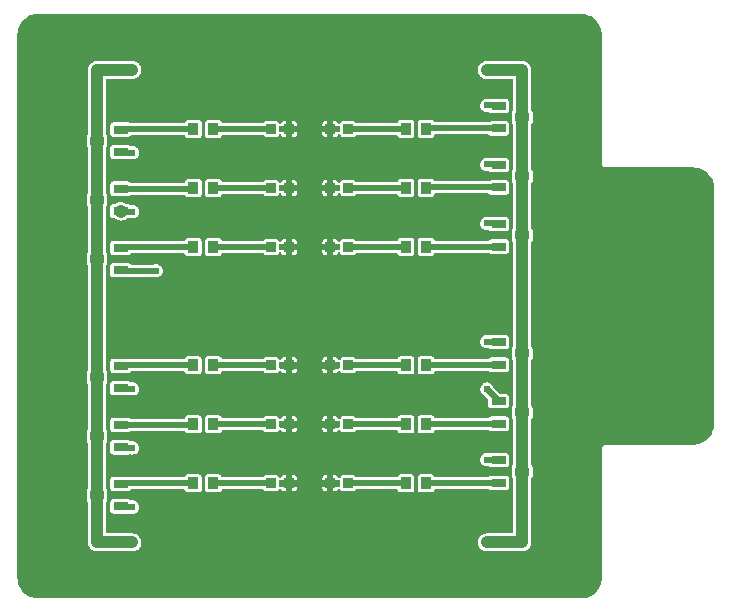
<source format=gtl>
G04 Layer: TopLayer*
G04 EasyEDA v6.5.20, 2023-08-22 23:15:59*
G04 a67cddfb3fce44daa9051d46cbbcc19f,10*
G04 Gerber Generator version 0.2*
G04 Scale: 100 percent, Rotated: No, Reflected: No *
G04 Dimensions in millimeters *
G04 leading zeros omitted , absolute positions ,4 integer and 5 decimal *
%FSLAX45Y45*%
%MOMM*%

%AMMACRO1*21,1,$1,$2,0,0,$3*%
%ADD10C,0.5000*%
%ADD11C,1.0000*%
%ADD12MACRO1,0.864X0.8065X90.0000*%
%ADD13MACRO1,0.864X0.8065X-90.0000*%
%ADD14R,0.8999X1.0000*%
%ADD15R,1.2500X0.7000*%
%ADD16C,0.6096*%
%ADD17C,0.6100*%
%ADD18C,0.0127*%

%LPD*%
G36*
X200863Y25908D02*
G01*
X182473Y26822D01*
X165557Y29362D01*
X148996Y33578D01*
X132943Y39370D01*
X117551Y46736D01*
X102920Y55575D01*
X89204Y65786D01*
X76606Y77266D01*
X65176Y89966D01*
X55016Y103682D01*
X46278Y118364D01*
X39014Y133858D01*
X33324Y149961D01*
X29209Y166522D01*
X26771Y183438D01*
X25908Y200863D01*
X25908Y4799126D01*
X26873Y4817516D01*
X29413Y4834432D01*
X33629Y4850993D01*
X39420Y4867046D01*
X46786Y4882438D01*
X55575Y4897069D01*
X65786Y4910785D01*
X77317Y4923383D01*
X90017Y4934813D01*
X103733Y4944973D01*
X118414Y4953711D01*
X133858Y4960975D01*
X149961Y4966665D01*
X166573Y4970780D01*
X183438Y4973218D01*
X200914Y4974082D01*
X4799126Y4974082D01*
X4817567Y4973116D01*
X4834432Y4970576D01*
X4850993Y4966360D01*
X4867046Y4960569D01*
X4882489Y4953203D01*
X4897120Y4944414D01*
X4910785Y4934204D01*
X4923434Y4922672D01*
X4934864Y4909972D01*
X4944973Y4896256D01*
X4953711Y4881575D01*
X4960975Y4866132D01*
X4966716Y4850028D01*
X4970780Y4833416D01*
X4973269Y4816551D01*
X4974082Y4799126D01*
X4974082Y3700627D01*
X4974844Y3694125D01*
X4976977Y3688587D01*
X4980533Y3683457D01*
X4983530Y3680409D01*
X4987086Y3677818D01*
X4992624Y3675278D01*
X5000142Y3674059D01*
X5749137Y3674059D01*
X5767527Y3673144D01*
X5784443Y3670604D01*
X5801004Y3666388D01*
X5817057Y3660597D01*
X5832449Y3653231D01*
X5847080Y3644442D01*
X5860796Y3634232D01*
X5873394Y3622700D01*
X5884824Y3610000D01*
X5894984Y3596284D01*
X5903722Y3581603D01*
X5910986Y3566109D01*
X5916676Y3550056D01*
X5920790Y3533444D01*
X5923229Y3516579D01*
X5924092Y3499154D01*
X5924092Y1500835D01*
X5923127Y1482445D01*
X5920587Y1465580D01*
X5916371Y1449019D01*
X5910580Y1432915D01*
X5903264Y1417523D01*
X5894425Y1402892D01*
X5884214Y1389227D01*
X5872683Y1376578D01*
X5860034Y1365148D01*
X5846267Y1354988D01*
X5831586Y1346250D01*
X5816142Y1339037D01*
X5800039Y1333296D01*
X5783427Y1329182D01*
X5766562Y1326743D01*
X5749137Y1325880D01*
X5000599Y1325880D01*
X4994097Y1325118D01*
X4988560Y1323035D01*
X4983480Y1319479D01*
X4980533Y1316532D01*
X4976977Y1311351D01*
X4974894Y1305814D01*
X4974082Y1299362D01*
X4974082Y200812D01*
X4973167Y182422D01*
X4970627Y165557D01*
X4966411Y148996D01*
X4960620Y132943D01*
X4953254Y117500D01*
X4944414Y102870D01*
X4934204Y89204D01*
X4922723Y76555D01*
X4910023Y65125D01*
X4896307Y55016D01*
X4881626Y46278D01*
X4866132Y39014D01*
X4850028Y33274D01*
X4833467Y29209D01*
X4816551Y26720D01*
X4799126Y25908D01*
G37*

%LPC*%
G36*
X4038092Y4134104D02*
G01*
X4161942Y4134104D01*
X4168241Y4134815D01*
X4173728Y4136694D01*
X4178604Y4139793D01*
X4182719Y4143857D01*
X4185767Y4148785D01*
X4187698Y4154220D01*
X4188409Y4160570D01*
X4188409Y4229404D01*
X4187698Y4235754D01*
X4185767Y4241190D01*
X4182719Y4246118D01*
X4178604Y4250182D01*
X4173728Y4253280D01*
X4168241Y4255211D01*
X4161942Y4255922D01*
X4038092Y4255922D01*
X4031742Y4255211D01*
X4025646Y4253077D01*
X4022699Y4252518D01*
X4019651Y4252823D01*
X4009796Y4255465D01*
X3999992Y4256328D01*
X3990187Y4255465D01*
X3980738Y4252925D01*
X3971798Y4248810D01*
X3963771Y4243171D01*
X3956812Y4236212D01*
X3951173Y4228185D01*
X3947058Y4219244D01*
X3944518Y4209796D01*
X3943654Y4199991D01*
X3944518Y4190187D01*
X3947058Y4180738D01*
X3951173Y4171797D01*
X3956812Y4163771D01*
X3963771Y4156811D01*
X3971798Y4151172D01*
X3980738Y4147058D01*
X3990187Y4144518D01*
X3999992Y4143654D01*
X4013250Y4144721D01*
X4016552Y4143806D01*
X4019346Y4141825D01*
X4021378Y4139793D01*
X4026306Y4136694D01*
X4031742Y4134815D01*
G37*
G36*
X999998Y743661D02*
G01*
X1009802Y744524D01*
X1019251Y747064D01*
X1028192Y751179D01*
X1036218Y756818D01*
X1043178Y763778D01*
X1048816Y771804D01*
X1052931Y780745D01*
X1055471Y790194D01*
X1056335Y799998D01*
X1055471Y809802D01*
X1052931Y819251D01*
X1048816Y828192D01*
X1043178Y836218D01*
X1036218Y843178D01*
X1028192Y848817D01*
X1019251Y852932D01*
X1009802Y855471D01*
X999998Y856335D01*
X986739Y855268D01*
X983437Y856183D01*
X980643Y858164D01*
X978611Y860196D01*
X973683Y863295D01*
X968248Y865174D01*
X961898Y865886D01*
X838047Y865886D01*
X831748Y865174D01*
X826262Y863295D01*
X821385Y860196D01*
X817270Y856132D01*
X814222Y851204D01*
X812292Y845769D01*
X811580Y839419D01*
X811580Y770585D01*
X812292Y764235D01*
X814222Y758799D01*
X817270Y753872D01*
X821385Y749808D01*
X826262Y746709D01*
X831748Y744778D01*
X838047Y744067D01*
X961898Y744067D01*
X968248Y744778D01*
X974344Y746912D01*
X977290Y747471D01*
X980338Y747166D01*
X990193Y744524D01*
G37*
G36*
X1640586Y924102D02*
G01*
X1729435Y924102D01*
X1735734Y924814D01*
X1741220Y926693D01*
X1746097Y929792D01*
X1750212Y933907D01*
X1753260Y938784D01*
X1754479Y942289D01*
X1756613Y945845D01*
X1760016Y948232D01*
X1764080Y949096D01*
X2103221Y949096D01*
X2106625Y948537D01*
X2109571Y946861D01*
X2111857Y944321D01*
X2114143Y940663D01*
X2118258Y936599D01*
X2123135Y933500D01*
X2128621Y931621D01*
X2134920Y930910D01*
X2214422Y930910D01*
X2220722Y931621D01*
X2226208Y933500D01*
X2231085Y936599D01*
X2235200Y940663D01*
X2238298Y945591D01*
X2240381Y951636D01*
X2242566Y955192D01*
X2245918Y957630D01*
X2249982Y958443D01*
X2254046Y957630D01*
X2257450Y955192D01*
X2259584Y951636D01*
X2261717Y945591D01*
X2264765Y940663D01*
X2268880Y936599D01*
X2273757Y933500D01*
X2279243Y931621D01*
X2285542Y930910D01*
X2298801Y930910D01*
X2298801Y972058D01*
X2251049Y972058D01*
X2247188Y972819D01*
X2243886Y975004D01*
X2241702Y978306D01*
X2240889Y982218D01*
X2240889Y1017778D01*
X2241702Y1021689D01*
X2243886Y1024991D01*
X2247188Y1027176D01*
X2251049Y1027937D01*
X2298801Y1027937D01*
X2298801Y1069086D01*
X2285542Y1069086D01*
X2279243Y1068374D01*
X2273757Y1066495D01*
X2268880Y1063396D01*
X2264765Y1059332D01*
X2261717Y1054404D01*
X2259584Y1048359D01*
X2257450Y1044803D01*
X2254046Y1042365D01*
X2249982Y1041552D01*
X2245918Y1042365D01*
X2242566Y1044803D01*
X2240381Y1048359D01*
X2238298Y1054404D01*
X2235200Y1059332D01*
X2231085Y1063396D01*
X2226208Y1066495D01*
X2220722Y1068374D01*
X2214422Y1069086D01*
X2134920Y1069086D01*
X2128621Y1068374D01*
X2123135Y1066495D01*
X2118258Y1063396D01*
X2114143Y1059332D01*
X2111857Y1055674D01*
X2109571Y1053134D01*
X2106625Y1051458D01*
X2103221Y1050899D01*
X1764080Y1050899D01*
X1760016Y1051763D01*
X1756613Y1054150D01*
X1754479Y1057706D01*
X1753260Y1061212D01*
X1750212Y1066088D01*
X1746097Y1070203D01*
X1741220Y1073302D01*
X1735734Y1075182D01*
X1729435Y1075893D01*
X1640586Y1075893D01*
X1634236Y1075182D01*
X1628800Y1073302D01*
X1623872Y1070203D01*
X1619808Y1066088D01*
X1616710Y1061212D01*
X1614779Y1055725D01*
X1614068Y1049426D01*
X1614068Y950569D01*
X1614779Y944270D01*
X1616710Y938784D01*
X1619808Y933907D01*
X1623872Y929792D01*
X1628800Y926693D01*
X1634236Y924814D01*
G37*
G36*
X3270554Y924102D02*
G01*
X3359404Y924102D01*
X3365754Y924814D01*
X3371189Y926693D01*
X3376117Y929792D01*
X3380181Y933907D01*
X3383279Y938784D01*
X3385210Y944270D01*
X3385921Y950569D01*
X3385921Y1049426D01*
X3385210Y1055725D01*
X3383279Y1061212D01*
X3380181Y1066088D01*
X3376117Y1070203D01*
X3371189Y1073302D01*
X3365754Y1075182D01*
X3359404Y1075893D01*
X3270554Y1075893D01*
X3264255Y1075182D01*
X3258769Y1073302D01*
X3253892Y1070203D01*
X3249777Y1066088D01*
X3246729Y1061212D01*
X3245510Y1057706D01*
X3243376Y1054150D01*
X3239973Y1051763D01*
X3235909Y1050899D01*
X2896768Y1050899D01*
X2893364Y1051458D01*
X2890418Y1053134D01*
X2888132Y1055674D01*
X2885846Y1059332D01*
X2881731Y1063396D01*
X2876854Y1066495D01*
X2871368Y1068374D01*
X2865069Y1069086D01*
X2785567Y1069086D01*
X2779268Y1068374D01*
X2773781Y1066495D01*
X2768904Y1063396D01*
X2764790Y1059332D01*
X2761691Y1054404D01*
X2759608Y1048359D01*
X2757424Y1044803D01*
X2754071Y1042365D01*
X2750007Y1041552D01*
X2745943Y1042365D01*
X2742539Y1044803D01*
X2740406Y1048359D01*
X2738272Y1054404D01*
X2735224Y1059332D01*
X2731109Y1063396D01*
X2726232Y1066495D01*
X2720746Y1068374D01*
X2714447Y1069086D01*
X2701188Y1069086D01*
X2701188Y1027937D01*
X2748940Y1027937D01*
X2752801Y1027176D01*
X2756103Y1024991D01*
X2758338Y1021689D01*
X2759100Y1017778D01*
X2759100Y982218D01*
X2758338Y978306D01*
X2756103Y975004D01*
X2752801Y972819D01*
X2748940Y972058D01*
X2701188Y972058D01*
X2701188Y930910D01*
X2714447Y930910D01*
X2720746Y931621D01*
X2726232Y933500D01*
X2731109Y936599D01*
X2735224Y940663D01*
X2738272Y945591D01*
X2740406Y951636D01*
X2742539Y955192D01*
X2745943Y957630D01*
X2750007Y958443D01*
X2754071Y957630D01*
X2757424Y955192D01*
X2759608Y951636D01*
X2761691Y945591D01*
X2764790Y940663D01*
X2768904Y936599D01*
X2773781Y933500D01*
X2779268Y931621D01*
X2785567Y930910D01*
X2865069Y930910D01*
X2871368Y931621D01*
X2876854Y933500D01*
X2881731Y936599D01*
X2885846Y940663D01*
X2888132Y944321D01*
X2890418Y946861D01*
X2893364Y948537D01*
X2896768Y949096D01*
X3235909Y949096D01*
X3239973Y948232D01*
X3243376Y945845D01*
X3245510Y942289D01*
X3246729Y938784D01*
X3249777Y933907D01*
X3253892Y929792D01*
X3258769Y926693D01*
X3264255Y924814D01*
G37*
G36*
X1470558Y924102D02*
G01*
X1559407Y924102D01*
X1565757Y924814D01*
X1571193Y926693D01*
X1576120Y929792D01*
X1580184Y933907D01*
X1583283Y938784D01*
X1585163Y944270D01*
X1585874Y950569D01*
X1585874Y1049426D01*
X1585163Y1055725D01*
X1583283Y1061212D01*
X1580184Y1066088D01*
X1576120Y1070203D01*
X1571193Y1073302D01*
X1565757Y1075182D01*
X1559407Y1075893D01*
X1470558Y1075893D01*
X1464259Y1075182D01*
X1458772Y1073302D01*
X1453896Y1070203D01*
X1449781Y1066088D01*
X1446682Y1061212D01*
X1445463Y1057706D01*
X1443329Y1054150D01*
X1439976Y1051763D01*
X1435912Y1050899D01*
X980440Y1050899D01*
X977595Y1051306D01*
X973683Y1053287D01*
X968248Y1055217D01*
X961898Y1055928D01*
X838047Y1055928D01*
X831748Y1055217D01*
X826262Y1053287D01*
X821385Y1050188D01*
X817270Y1046124D01*
X814222Y1041196D01*
X812292Y1035761D01*
X811580Y1029411D01*
X811580Y960577D01*
X812292Y954227D01*
X814222Y948791D01*
X817270Y943864D01*
X821385Y939800D01*
X826262Y936701D01*
X831748Y934821D01*
X838047Y934110D01*
X961898Y934110D01*
X968248Y934821D01*
X973683Y936701D01*
X978611Y939800D01*
X985266Y946861D01*
X988212Y948537D01*
X991565Y949096D01*
X1435912Y949096D01*
X1439976Y948232D01*
X1443329Y945845D01*
X1445463Y942289D01*
X1446682Y938784D01*
X1449781Y933907D01*
X1453896Y929792D01*
X1458772Y926693D01*
X1464259Y924814D01*
G37*
G36*
X3440582Y924102D02*
G01*
X3529431Y924102D01*
X3535730Y924814D01*
X3541217Y926693D01*
X3546094Y929792D01*
X3550208Y933907D01*
X3553307Y938784D01*
X3554526Y942289D01*
X3556660Y945845D01*
X3560013Y948232D01*
X3564077Y949096D01*
X4019550Y949096D01*
X4022394Y948690D01*
X4026306Y946708D01*
X4031742Y944778D01*
X4038092Y944067D01*
X4161942Y944067D01*
X4168241Y944778D01*
X4173728Y946708D01*
X4178604Y949807D01*
X4182719Y953871D01*
X4185767Y958799D01*
X4187698Y964234D01*
X4188409Y970584D01*
X4188409Y1039418D01*
X4187698Y1045768D01*
X4185767Y1051204D01*
X4182719Y1056132D01*
X4178604Y1060196D01*
X4173728Y1063294D01*
X4168241Y1065174D01*
X4161942Y1065885D01*
X4038092Y1065885D01*
X4031742Y1065174D01*
X4026306Y1063294D01*
X4021378Y1060196D01*
X4014724Y1053134D01*
X4011777Y1051458D01*
X4008424Y1050899D01*
X3564077Y1050899D01*
X3560013Y1051763D01*
X3556660Y1054150D01*
X3554526Y1057706D01*
X3553307Y1061212D01*
X3550208Y1066088D01*
X3546094Y1070203D01*
X3541217Y1073302D01*
X3535730Y1075182D01*
X3529431Y1075893D01*
X3440582Y1075893D01*
X3434232Y1075182D01*
X3428796Y1073302D01*
X3423869Y1070203D01*
X3419805Y1066088D01*
X3416706Y1061212D01*
X3414826Y1055725D01*
X3414115Y1049426D01*
X3414115Y950569D01*
X3414826Y944270D01*
X3416706Y938784D01*
X3419805Y933907D01*
X3423869Y929792D01*
X3428796Y926693D01*
X3434232Y924814D01*
G37*
G36*
X2351836Y930910D02*
G01*
X2365095Y930910D01*
X2371394Y931621D01*
X2376881Y933500D01*
X2381758Y936599D01*
X2385872Y940663D01*
X2388920Y945591D01*
X2390851Y951026D01*
X2391562Y957376D01*
X2391562Y972058D01*
X2351836Y972058D01*
G37*
G36*
X2634894Y930910D02*
G01*
X2648153Y930910D01*
X2648153Y972058D01*
X2608427Y972058D01*
X2608427Y957376D01*
X2609138Y951026D01*
X2611069Y945591D01*
X2614117Y940663D01*
X2618232Y936599D01*
X2623108Y933500D01*
X2628595Y931621D01*
G37*
G36*
X2351836Y1027937D02*
G01*
X2391562Y1027937D01*
X2391562Y1042619D01*
X2390851Y1048969D01*
X2388920Y1054404D01*
X2385872Y1059332D01*
X2381758Y1063396D01*
X2376881Y1066495D01*
X2371394Y1068374D01*
X2365095Y1069086D01*
X2351836Y1069086D01*
G37*
G36*
X2608427Y1027937D02*
G01*
X2648153Y1027937D01*
X2648153Y1069086D01*
X2634894Y1069086D01*
X2628595Y1068374D01*
X2623108Y1066495D01*
X2618232Y1063396D01*
X2614117Y1059332D01*
X2611069Y1054404D01*
X2609138Y1048969D01*
X2608427Y1042619D01*
G37*
G36*
X4038092Y1134110D02*
G01*
X4161942Y1134110D01*
X4168241Y1134821D01*
X4173728Y1136700D01*
X4178604Y1139799D01*
X4182719Y1143863D01*
X4185767Y1148791D01*
X4187698Y1154226D01*
X4188409Y1160576D01*
X4188409Y1229410D01*
X4187698Y1235760D01*
X4185767Y1241196D01*
X4182719Y1246124D01*
X4178604Y1250188D01*
X4173728Y1253286D01*
X4168241Y1255217D01*
X4161942Y1255928D01*
X4038092Y1255928D01*
X4031742Y1255217D01*
X4025646Y1253083D01*
X4022699Y1252524D01*
X4019651Y1252829D01*
X4009796Y1255471D01*
X3999992Y1256334D01*
X3990187Y1255471D01*
X3980738Y1252931D01*
X3971798Y1248816D01*
X3963771Y1243177D01*
X3956812Y1236218D01*
X3951173Y1228191D01*
X3947058Y1219250D01*
X3944518Y1209802D01*
X3943654Y1199997D01*
X3944518Y1190193D01*
X3947058Y1180744D01*
X3951173Y1171803D01*
X3956812Y1163777D01*
X3963771Y1156817D01*
X3971798Y1151178D01*
X3980738Y1147064D01*
X3990187Y1144524D01*
X3999992Y1143660D01*
X4013250Y1144727D01*
X4016552Y1143812D01*
X4019346Y1141831D01*
X4021378Y1139799D01*
X4026306Y1136700D01*
X4031742Y1134821D01*
G37*
G36*
X999998Y1243634D02*
G01*
X1009802Y1244498D01*
X1019251Y1247038D01*
X1028192Y1251204D01*
X1036218Y1256842D01*
X1043178Y1263751D01*
X1048816Y1271828D01*
X1052931Y1280718D01*
X1055471Y1290218D01*
X1056335Y1299972D01*
X1055471Y1309776D01*
X1052931Y1319276D01*
X1048816Y1328166D01*
X1043178Y1336243D01*
X1036218Y1343152D01*
X1028192Y1348790D01*
X1019251Y1352956D01*
X1009802Y1355496D01*
X999998Y1356360D01*
X986739Y1355242D01*
X983437Y1356207D01*
X980643Y1358188D01*
X978611Y1360220D01*
X973683Y1363268D01*
X968248Y1365199D01*
X961898Y1365910D01*
X838047Y1365910D01*
X831748Y1365199D01*
X826262Y1363268D01*
X821385Y1360220D01*
X817270Y1356106D01*
X814222Y1351229D01*
X812292Y1345742D01*
X811580Y1339443D01*
X811580Y1270558D01*
X812292Y1264259D01*
X814222Y1258773D01*
X817270Y1253896D01*
X821385Y1249781D01*
X826262Y1246733D01*
X831748Y1244803D01*
X838047Y1244092D01*
X961898Y1244092D01*
X968248Y1244803D01*
X974344Y1246936D01*
X977290Y1247495D01*
X980338Y1247140D01*
X990193Y1244498D01*
G37*
G36*
X1640586Y1424076D02*
G01*
X1729435Y1424076D01*
X1735734Y1424787D01*
X1741220Y1426718D01*
X1746097Y1429816D01*
X1750212Y1433880D01*
X1753260Y1438808D01*
X1754479Y1442262D01*
X1756613Y1445818D01*
X1760016Y1448257D01*
X1764080Y1449070D01*
X2103221Y1449070D01*
X2106625Y1448511D01*
X2109571Y1446885D01*
X2111857Y1444345D01*
X2114143Y1440688D01*
X2118258Y1436573D01*
X2123135Y1433525D01*
X2128621Y1431594D01*
X2134920Y1430883D01*
X2214422Y1430883D01*
X2220722Y1431594D01*
X2226208Y1433525D01*
X2231085Y1436573D01*
X2235200Y1440688D01*
X2238298Y1445564D01*
X2240381Y1451660D01*
X2242566Y1455216D01*
X2245918Y1457604D01*
X2249982Y1458468D01*
X2254046Y1457604D01*
X2257450Y1455216D01*
X2259584Y1451660D01*
X2261717Y1445564D01*
X2264765Y1440688D01*
X2268880Y1436573D01*
X2273757Y1433525D01*
X2279243Y1431594D01*
X2285542Y1430883D01*
X2298801Y1430883D01*
X2298801Y1472031D01*
X2251049Y1472031D01*
X2247188Y1472844D01*
X2243886Y1475028D01*
X2241702Y1478330D01*
X2240889Y1482191D01*
X2240889Y1517802D01*
X2241702Y1521663D01*
X2243886Y1524965D01*
X2247188Y1527149D01*
X2251049Y1527962D01*
X2298801Y1527962D01*
X2298801Y1569110D01*
X2285542Y1569110D01*
X2279243Y1568399D01*
X2273757Y1566468D01*
X2268880Y1563420D01*
X2264765Y1559306D01*
X2261717Y1554429D01*
X2259584Y1548333D01*
X2257450Y1544777D01*
X2254046Y1542389D01*
X2249982Y1541526D01*
X2245918Y1542389D01*
X2242566Y1544777D01*
X2240381Y1548333D01*
X2238298Y1554429D01*
X2235200Y1559306D01*
X2231085Y1563420D01*
X2226208Y1566468D01*
X2220722Y1568399D01*
X2214422Y1569110D01*
X2134920Y1569110D01*
X2128621Y1568399D01*
X2123135Y1566468D01*
X2118258Y1563420D01*
X2114143Y1559306D01*
X2111857Y1555648D01*
X2109571Y1553108D01*
X2106625Y1551482D01*
X2103221Y1550924D01*
X1764080Y1550924D01*
X1760016Y1551736D01*
X1756613Y1554175D01*
X1754479Y1557731D01*
X1753260Y1561185D01*
X1750212Y1566113D01*
X1746097Y1570177D01*
X1741220Y1573276D01*
X1735734Y1575206D01*
X1729435Y1575917D01*
X1640586Y1575917D01*
X1634236Y1575206D01*
X1628800Y1573276D01*
X1623872Y1570177D01*
X1619808Y1566113D01*
X1616710Y1561185D01*
X1614779Y1555750D01*
X1614068Y1549450D01*
X1614068Y1450543D01*
X1614779Y1444244D01*
X1616710Y1438808D01*
X1619808Y1433880D01*
X1623872Y1429816D01*
X1628800Y1426718D01*
X1634236Y1424787D01*
G37*
G36*
X3270554Y1424076D02*
G01*
X3359404Y1424076D01*
X3365754Y1424787D01*
X3371189Y1426718D01*
X3376117Y1429816D01*
X3380181Y1433880D01*
X3383279Y1438808D01*
X3385210Y1444244D01*
X3385921Y1450543D01*
X3385921Y1549450D01*
X3385210Y1555750D01*
X3383279Y1561185D01*
X3380181Y1566113D01*
X3376117Y1570177D01*
X3371189Y1573276D01*
X3365754Y1575206D01*
X3359404Y1575917D01*
X3270554Y1575917D01*
X3264255Y1575206D01*
X3258769Y1573276D01*
X3253892Y1570177D01*
X3249777Y1566113D01*
X3246729Y1561185D01*
X3245510Y1557731D01*
X3243376Y1554175D01*
X3239973Y1551736D01*
X3235909Y1550924D01*
X2896768Y1550924D01*
X2893364Y1551482D01*
X2890418Y1553108D01*
X2888132Y1555648D01*
X2885846Y1559306D01*
X2881731Y1563420D01*
X2876854Y1566468D01*
X2871368Y1568399D01*
X2865069Y1569110D01*
X2785567Y1569110D01*
X2779268Y1568399D01*
X2773781Y1566468D01*
X2768904Y1563420D01*
X2764790Y1559306D01*
X2761691Y1554429D01*
X2759608Y1548333D01*
X2757424Y1544777D01*
X2754071Y1542389D01*
X2750007Y1541526D01*
X2745943Y1542389D01*
X2742539Y1544777D01*
X2740406Y1548333D01*
X2738272Y1554429D01*
X2735224Y1559306D01*
X2731109Y1563420D01*
X2726232Y1566468D01*
X2720746Y1568399D01*
X2714447Y1569110D01*
X2701188Y1569110D01*
X2701188Y1527962D01*
X2748940Y1527962D01*
X2752801Y1527149D01*
X2756103Y1524965D01*
X2758338Y1521663D01*
X2759100Y1517802D01*
X2759100Y1482191D01*
X2758338Y1478330D01*
X2756103Y1475028D01*
X2752801Y1472844D01*
X2748940Y1472031D01*
X2701188Y1472031D01*
X2701188Y1430883D01*
X2714447Y1430883D01*
X2720746Y1431594D01*
X2726232Y1433525D01*
X2731109Y1436573D01*
X2735224Y1440688D01*
X2738272Y1445564D01*
X2740406Y1451660D01*
X2742539Y1455216D01*
X2745943Y1457604D01*
X2750007Y1458468D01*
X2754071Y1457604D01*
X2757424Y1455216D01*
X2759608Y1451660D01*
X2761691Y1445564D01*
X2764790Y1440688D01*
X2768904Y1436573D01*
X2773781Y1433525D01*
X2779268Y1431594D01*
X2785567Y1430883D01*
X2865069Y1430883D01*
X2871368Y1431594D01*
X2876854Y1433525D01*
X2881731Y1436573D01*
X2885846Y1440688D01*
X2888132Y1444345D01*
X2890418Y1446885D01*
X2893364Y1448511D01*
X2896768Y1449070D01*
X3235909Y1449070D01*
X3239973Y1448257D01*
X3243376Y1445818D01*
X3245510Y1442262D01*
X3246729Y1438808D01*
X3249777Y1433880D01*
X3253892Y1429816D01*
X3258769Y1426718D01*
X3264255Y1424787D01*
G37*
G36*
X1470558Y1424076D02*
G01*
X1559407Y1424076D01*
X1565757Y1424787D01*
X1571193Y1426718D01*
X1576120Y1429816D01*
X1580184Y1433880D01*
X1583283Y1438808D01*
X1585163Y1444244D01*
X1585874Y1450543D01*
X1585874Y1549450D01*
X1585163Y1555750D01*
X1583283Y1561185D01*
X1580184Y1566113D01*
X1576120Y1570177D01*
X1571193Y1573276D01*
X1565757Y1575206D01*
X1559407Y1575917D01*
X1470558Y1575917D01*
X1464259Y1575206D01*
X1458772Y1573276D01*
X1453896Y1570177D01*
X1449781Y1566113D01*
X1446682Y1561185D01*
X1443634Y1551381D01*
X1441399Y1548485D01*
X1438249Y1546555D01*
X1434592Y1545894D01*
X987145Y1545894D01*
X983234Y1546656D01*
X979932Y1548892D01*
X978611Y1550212D01*
X973683Y1553260D01*
X968248Y1555191D01*
X961898Y1555902D01*
X838047Y1555902D01*
X831748Y1555191D01*
X826262Y1553260D01*
X821385Y1550212D01*
X817270Y1546098D01*
X814222Y1541221D01*
X812292Y1535734D01*
X811580Y1529435D01*
X811580Y1460550D01*
X812292Y1454251D01*
X814222Y1448765D01*
X817270Y1443888D01*
X821385Y1439773D01*
X826262Y1436725D01*
X831748Y1434795D01*
X838047Y1434084D01*
X961898Y1434084D01*
X968248Y1434795D01*
X973683Y1436725D01*
X978611Y1439773D01*
X979932Y1441094D01*
X983234Y1443329D01*
X987094Y1444091D01*
X1437741Y1444091D01*
X1441094Y1443532D01*
X1444091Y1441856D01*
X1446377Y1439316D01*
X1449781Y1433880D01*
X1453896Y1429816D01*
X1458772Y1426718D01*
X1464259Y1424787D01*
G37*
G36*
X3440582Y1424076D02*
G01*
X3529431Y1424076D01*
X3535730Y1424787D01*
X3541217Y1426718D01*
X3546094Y1429816D01*
X3550208Y1433880D01*
X3553307Y1438808D01*
X3554526Y1442262D01*
X3556660Y1445818D01*
X3560013Y1448257D01*
X3564077Y1449070D01*
X4019550Y1449070D01*
X4022394Y1448714D01*
X4026306Y1446733D01*
X4031742Y1444802D01*
X4038092Y1444091D01*
X4161942Y1444091D01*
X4168241Y1444802D01*
X4173728Y1446733D01*
X4178604Y1449781D01*
X4182719Y1453896D01*
X4185767Y1458772D01*
X4187698Y1464259D01*
X4188409Y1470558D01*
X4188409Y1539443D01*
X4187698Y1545742D01*
X4185767Y1551228D01*
X4182719Y1556105D01*
X4178604Y1560220D01*
X4173728Y1563268D01*
X4168241Y1565198D01*
X4161942Y1565910D01*
X4038092Y1565910D01*
X4031742Y1565198D01*
X4026306Y1563268D01*
X4021378Y1560220D01*
X4014724Y1553108D01*
X4011777Y1551482D01*
X4008424Y1550924D01*
X3564077Y1550924D01*
X3560013Y1551736D01*
X3556660Y1554175D01*
X3554526Y1557731D01*
X3553307Y1561185D01*
X3550208Y1566113D01*
X3546094Y1570177D01*
X3541217Y1573276D01*
X3535730Y1575206D01*
X3529431Y1575917D01*
X3440582Y1575917D01*
X3434232Y1575206D01*
X3428796Y1573276D01*
X3423869Y1570177D01*
X3419805Y1566113D01*
X3416706Y1561185D01*
X3414826Y1555750D01*
X3414115Y1549450D01*
X3414115Y1450543D01*
X3414826Y1444244D01*
X3416706Y1438808D01*
X3419805Y1433880D01*
X3423869Y1429816D01*
X3428796Y1426718D01*
X3434232Y1424787D01*
G37*
G36*
X2351836Y1430883D02*
G01*
X2365095Y1430883D01*
X2371394Y1431594D01*
X2376881Y1433525D01*
X2381758Y1436573D01*
X2385872Y1440688D01*
X2388920Y1445564D01*
X2390851Y1451051D01*
X2391562Y1457350D01*
X2391562Y1472031D01*
X2351836Y1472031D01*
G37*
G36*
X2634894Y1430883D02*
G01*
X2648153Y1430883D01*
X2648153Y1472031D01*
X2608427Y1472031D01*
X2608427Y1457350D01*
X2609138Y1451051D01*
X2611069Y1445564D01*
X2614117Y1440688D01*
X2618232Y1436573D01*
X2623108Y1433525D01*
X2628595Y1431594D01*
G37*
G36*
X2351836Y1527962D02*
G01*
X2391562Y1527962D01*
X2391562Y1542643D01*
X2390851Y1548942D01*
X2388920Y1554429D01*
X2385872Y1559306D01*
X2381758Y1563420D01*
X2376881Y1566468D01*
X2371394Y1568399D01*
X2365095Y1569110D01*
X2351836Y1569110D01*
G37*
G36*
X2608427Y1527962D02*
G01*
X2648153Y1527962D01*
X2648153Y1569110D01*
X2634894Y1569110D01*
X2628595Y1568399D01*
X2623108Y1566468D01*
X2618232Y1563420D01*
X2614117Y1559306D01*
X2611069Y1554429D01*
X2609138Y1548942D01*
X2608427Y1542643D01*
G37*
G36*
X4038092Y1634083D02*
G01*
X4161942Y1634083D01*
X4168241Y1634794D01*
X4173728Y1636725D01*
X4178604Y1639773D01*
X4182719Y1643888D01*
X4185767Y1648764D01*
X4187698Y1654251D01*
X4188409Y1660550D01*
X4188409Y1729435D01*
X4187698Y1735734D01*
X4185767Y1741220D01*
X4182719Y1746097D01*
X4178604Y1750212D01*
X4173728Y1753260D01*
X4168241Y1755190D01*
X4161942Y1755902D01*
X4115257Y1755902D01*
X4111396Y1756664D01*
X4108094Y1758899D01*
X4056786Y1810207D01*
X4055160Y1812289D01*
X4054144Y1814728D01*
X4052925Y1819249D01*
X4048810Y1828190D01*
X4043172Y1836216D01*
X4036212Y1843176D01*
X4028186Y1848815D01*
X4019245Y1852930D01*
X4009796Y1855470D01*
X3999992Y1856333D01*
X3990187Y1855470D01*
X3980738Y1852930D01*
X3971798Y1848815D01*
X3963771Y1843176D01*
X3956812Y1836216D01*
X3951173Y1828190D01*
X3947058Y1819249D01*
X3944518Y1809800D01*
X3943654Y1799996D01*
X3944518Y1790192D01*
X3947058Y1780743D01*
X3951173Y1771802D01*
X3956812Y1763775D01*
X3963771Y1756816D01*
X3970985Y1751787D01*
X3972356Y1750618D01*
X4008628Y1714398D01*
X4010812Y1711096D01*
X4011574Y1707184D01*
X4011574Y1660550D01*
X4012285Y1654251D01*
X4014215Y1648764D01*
X4017314Y1643888D01*
X4021378Y1639773D01*
X4026306Y1636725D01*
X4031742Y1634794D01*
G37*
G36*
X999998Y1743659D02*
G01*
X1009802Y1744522D01*
X1019251Y1747062D01*
X1028192Y1751177D01*
X1036218Y1756816D01*
X1043178Y1763775D01*
X1048816Y1771802D01*
X1052931Y1780743D01*
X1055471Y1790192D01*
X1056335Y1799996D01*
X1055471Y1809800D01*
X1052931Y1819249D01*
X1048816Y1828190D01*
X1043178Y1836216D01*
X1036218Y1843176D01*
X1028192Y1848815D01*
X1019251Y1852930D01*
X1009802Y1855470D01*
X999998Y1856333D01*
X986739Y1855266D01*
X983437Y1856181D01*
X980643Y1858162D01*
X978611Y1860194D01*
X973683Y1863293D01*
X968248Y1865172D01*
X961898Y1865884D01*
X838047Y1865884D01*
X831748Y1865172D01*
X826262Y1863293D01*
X821385Y1860194D01*
X817270Y1856130D01*
X814222Y1851202D01*
X812292Y1845767D01*
X811580Y1839417D01*
X811580Y1770583D01*
X812292Y1764233D01*
X814222Y1758797D01*
X817270Y1753870D01*
X821385Y1749806D01*
X826262Y1746707D01*
X831748Y1744776D01*
X838047Y1744065D01*
X961898Y1744065D01*
X968248Y1744776D01*
X974344Y1746910D01*
X977290Y1747469D01*
X980338Y1747164D01*
X990193Y1744522D01*
G37*
G36*
X1640586Y1924100D02*
G01*
X1729435Y1924100D01*
X1735734Y1924812D01*
X1741220Y1926691D01*
X1746097Y1929790D01*
X1750212Y1933905D01*
X1753260Y1938782D01*
X1754479Y1942287D01*
X1756613Y1945843D01*
X1760016Y1948230D01*
X1764080Y1949094D01*
X2103221Y1949094D01*
X2106625Y1948535D01*
X2109571Y1946859D01*
X2111857Y1944319D01*
X2114143Y1940661D01*
X2118258Y1936597D01*
X2123135Y1933498D01*
X2128621Y1931619D01*
X2134920Y1930907D01*
X2214422Y1930907D01*
X2220722Y1931619D01*
X2226208Y1933498D01*
X2231085Y1936597D01*
X2235200Y1940661D01*
X2238298Y1945589D01*
X2240381Y1951634D01*
X2242566Y1955190D01*
X2245918Y1957628D01*
X2249982Y1958441D01*
X2254046Y1957628D01*
X2257450Y1955190D01*
X2259584Y1951634D01*
X2261717Y1945589D01*
X2264765Y1940661D01*
X2268880Y1936597D01*
X2273757Y1933498D01*
X2279243Y1931619D01*
X2285542Y1930907D01*
X2298801Y1930907D01*
X2298801Y1972056D01*
X2251049Y1972056D01*
X2247188Y1972818D01*
X2243886Y1975002D01*
X2241702Y1978304D01*
X2240889Y1982216D01*
X2240889Y2017775D01*
X2241702Y2021687D01*
X2243886Y2024989D01*
X2247188Y2027174D01*
X2251049Y2027936D01*
X2298801Y2027936D01*
X2298801Y2069084D01*
X2285542Y2069084D01*
X2279243Y2068372D01*
X2273757Y2066493D01*
X2268880Y2063394D01*
X2264765Y2059330D01*
X2261717Y2054402D01*
X2259584Y2048357D01*
X2257450Y2044801D01*
X2254046Y2042363D01*
X2249982Y2041550D01*
X2245918Y2042363D01*
X2242566Y2044801D01*
X2240381Y2048357D01*
X2238298Y2054402D01*
X2235200Y2059330D01*
X2231085Y2063394D01*
X2226208Y2066493D01*
X2220722Y2068372D01*
X2214422Y2069084D01*
X2134920Y2069084D01*
X2128621Y2068372D01*
X2123135Y2066493D01*
X2118258Y2063394D01*
X2114143Y2059330D01*
X2111857Y2055672D01*
X2109571Y2053132D01*
X2106625Y2051456D01*
X2103221Y2050897D01*
X1764080Y2050897D01*
X1760016Y2051761D01*
X1756613Y2054148D01*
X1754479Y2057704D01*
X1753260Y2061210D01*
X1750212Y2066086D01*
X1746097Y2070201D01*
X1741220Y2073300D01*
X1735734Y2075180D01*
X1729435Y2075891D01*
X1640586Y2075891D01*
X1634236Y2075180D01*
X1628800Y2073300D01*
X1623872Y2070201D01*
X1619808Y2066086D01*
X1616710Y2061210D01*
X1614779Y2055723D01*
X1614068Y2049424D01*
X1614068Y1950567D01*
X1614779Y1944268D01*
X1616710Y1938782D01*
X1619808Y1933905D01*
X1623872Y1929790D01*
X1628800Y1926691D01*
X1634236Y1924812D01*
G37*
G36*
X3270554Y1924100D02*
G01*
X3359404Y1924100D01*
X3365754Y1924812D01*
X3371189Y1926691D01*
X3376117Y1929790D01*
X3380181Y1933905D01*
X3383279Y1938782D01*
X3385210Y1944268D01*
X3385921Y1950567D01*
X3385921Y2049424D01*
X3385210Y2055723D01*
X3383279Y2061210D01*
X3380181Y2066086D01*
X3376117Y2070201D01*
X3371189Y2073300D01*
X3365754Y2075180D01*
X3359404Y2075891D01*
X3270554Y2075891D01*
X3264255Y2075180D01*
X3258769Y2073300D01*
X3253892Y2070201D01*
X3249777Y2066086D01*
X3246729Y2061210D01*
X3245510Y2057704D01*
X3243376Y2054148D01*
X3239973Y2051761D01*
X3235909Y2050897D01*
X2896768Y2050897D01*
X2893364Y2051456D01*
X2890418Y2053132D01*
X2888132Y2055672D01*
X2885846Y2059330D01*
X2881731Y2063394D01*
X2876854Y2066493D01*
X2871368Y2068372D01*
X2865069Y2069084D01*
X2785567Y2069084D01*
X2779268Y2068372D01*
X2773781Y2066493D01*
X2768904Y2063394D01*
X2764790Y2059330D01*
X2761691Y2054402D01*
X2759608Y2048357D01*
X2757424Y2044801D01*
X2754071Y2042363D01*
X2750007Y2041550D01*
X2745943Y2042363D01*
X2742539Y2044801D01*
X2740406Y2048357D01*
X2738272Y2054402D01*
X2735224Y2059330D01*
X2731109Y2063394D01*
X2726232Y2066493D01*
X2720746Y2068372D01*
X2714447Y2069084D01*
X2701188Y2069084D01*
X2701188Y2027936D01*
X2748940Y2027936D01*
X2752801Y2027174D01*
X2756103Y2024989D01*
X2758338Y2021687D01*
X2759100Y2017775D01*
X2759100Y1982216D01*
X2758338Y1978304D01*
X2756103Y1975002D01*
X2752801Y1972818D01*
X2748940Y1972056D01*
X2701188Y1972056D01*
X2701188Y1930907D01*
X2714447Y1930907D01*
X2720746Y1931619D01*
X2726232Y1933498D01*
X2731109Y1936597D01*
X2735224Y1940661D01*
X2738272Y1945589D01*
X2740406Y1951634D01*
X2742539Y1955190D01*
X2745943Y1957628D01*
X2750007Y1958441D01*
X2754071Y1957628D01*
X2757424Y1955190D01*
X2759608Y1951634D01*
X2761691Y1945589D01*
X2764790Y1940661D01*
X2768904Y1936597D01*
X2773781Y1933498D01*
X2779268Y1931619D01*
X2785567Y1930907D01*
X2865069Y1930907D01*
X2871368Y1931619D01*
X2876854Y1933498D01*
X2881731Y1936597D01*
X2885846Y1940661D01*
X2888132Y1944319D01*
X2890418Y1946859D01*
X2893364Y1948535D01*
X2896768Y1949094D01*
X3235909Y1949094D01*
X3239973Y1948230D01*
X3243376Y1945843D01*
X3245510Y1942287D01*
X3246729Y1938782D01*
X3249777Y1933905D01*
X3253892Y1929790D01*
X3258769Y1926691D01*
X3264255Y1924812D01*
G37*
G36*
X1470558Y1924100D02*
G01*
X1559407Y1924100D01*
X1565757Y1924812D01*
X1571193Y1926691D01*
X1576120Y1929790D01*
X1580184Y1933905D01*
X1583283Y1938782D01*
X1585163Y1944268D01*
X1585874Y1950567D01*
X1585874Y2049424D01*
X1585163Y2055723D01*
X1583283Y2061210D01*
X1580184Y2066086D01*
X1576120Y2070201D01*
X1571193Y2073300D01*
X1565757Y2075180D01*
X1559407Y2075891D01*
X1470558Y2075891D01*
X1464259Y2075180D01*
X1458772Y2073300D01*
X1453896Y2070201D01*
X1449781Y2066086D01*
X1446682Y2061210D01*
X1445463Y2057704D01*
X1443329Y2054148D01*
X1439976Y2051761D01*
X1435912Y2050897D01*
X980440Y2050897D01*
X977595Y2051304D01*
X973683Y2053285D01*
X968248Y2055215D01*
X961898Y2055926D01*
X838047Y2055926D01*
X831748Y2055215D01*
X826262Y2053285D01*
X821385Y2050186D01*
X817270Y2046122D01*
X814222Y2041194D01*
X812292Y2035759D01*
X811580Y2029409D01*
X811580Y1960575D01*
X812292Y1954225D01*
X814222Y1948789D01*
X817270Y1943862D01*
X821385Y1939798D01*
X826262Y1936699D01*
X831748Y1934819D01*
X838047Y1934108D01*
X961898Y1934108D01*
X968248Y1934819D01*
X973683Y1936699D01*
X978611Y1939798D01*
X985266Y1946859D01*
X988212Y1948535D01*
X991565Y1949094D01*
X1435912Y1949094D01*
X1439976Y1948230D01*
X1443329Y1945843D01*
X1445463Y1942287D01*
X1446682Y1938782D01*
X1449781Y1933905D01*
X1453896Y1929790D01*
X1458772Y1926691D01*
X1464259Y1924812D01*
G37*
G36*
X3440582Y1924100D02*
G01*
X3529431Y1924100D01*
X3535730Y1924812D01*
X3541217Y1926691D01*
X3546094Y1929790D01*
X3550208Y1933905D01*
X3553307Y1938782D01*
X3554526Y1942287D01*
X3556660Y1945843D01*
X3560013Y1948230D01*
X3564077Y1949094D01*
X4019550Y1949094D01*
X4022394Y1948688D01*
X4026306Y1946706D01*
X4031742Y1944776D01*
X4038092Y1944065D01*
X4161942Y1944065D01*
X4168241Y1944776D01*
X4173728Y1946706D01*
X4178604Y1949805D01*
X4182719Y1953869D01*
X4185767Y1958797D01*
X4187698Y1964232D01*
X4188409Y1970582D01*
X4188409Y2039416D01*
X4187698Y2045766D01*
X4185767Y2051202D01*
X4182719Y2056130D01*
X4178604Y2060193D01*
X4173728Y2063292D01*
X4168241Y2065172D01*
X4161942Y2065883D01*
X4038092Y2065883D01*
X4031742Y2065172D01*
X4026306Y2063292D01*
X4021378Y2060193D01*
X4014724Y2053132D01*
X4011777Y2051456D01*
X4008424Y2050897D01*
X3564077Y2050897D01*
X3560013Y2051761D01*
X3556660Y2054148D01*
X3554526Y2057704D01*
X3553307Y2061210D01*
X3550208Y2066086D01*
X3546094Y2070201D01*
X3541217Y2073300D01*
X3535730Y2075180D01*
X3529431Y2075891D01*
X3440582Y2075891D01*
X3434232Y2075180D01*
X3428796Y2073300D01*
X3423869Y2070201D01*
X3419805Y2066086D01*
X3416706Y2061210D01*
X3414826Y2055723D01*
X3414115Y2049424D01*
X3414115Y1950567D01*
X3414826Y1944268D01*
X3416706Y1938782D01*
X3419805Y1933905D01*
X3423869Y1929790D01*
X3428796Y1926691D01*
X3434232Y1924812D01*
G37*
G36*
X2351836Y1930907D02*
G01*
X2365095Y1930907D01*
X2371394Y1931619D01*
X2376881Y1933498D01*
X2381758Y1936597D01*
X2385872Y1940661D01*
X2388920Y1945589D01*
X2390851Y1951024D01*
X2391562Y1957374D01*
X2391562Y1972056D01*
X2351836Y1972056D01*
G37*
G36*
X2634894Y1930907D02*
G01*
X2648153Y1930907D01*
X2648153Y1972056D01*
X2608427Y1972056D01*
X2608427Y1957374D01*
X2609138Y1951024D01*
X2611069Y1945589D01*
X2614117Y1940661D01*
X2618232Y1936597D01*
X2623108Y1933498D01*
X2628595Y1931619D01*
G37*
G36*
X2351836Y2027936D02*
G01*
X2391562Y2027936D01*
X2391562Y2042617D01*
X2390851Y2048967D01*
X2388920Y2054402D01*
X2385872Y2059330D01*
X2381758Y2063394D01*
X2376881Y2066493D01*
X2371394Y2068372D01*
X2365095Y2069084D01*
X2351836Y2069084D01*
G37*
G36*
X2608427Y2027936D02*
G01*
X2648153Y2027936D01*
X2648153Y2069084D01*
X2634894Y2069084D01*
X2628595Y2068372D01*
X2623108Y2066493D01*
X2618232Y2063394D01*
X2614117Y2059330D01*
X2611069Y2054402D01*
X2609138Y2048967D01*
X2608427Y2042617D01*
G37*
G36*
X700227Y424230D02*
G01*
X999642Y424230D01*
X1011326Y425094D01*
X1022350Y427634D01*
X1032916Y431749D01*
X1042720Y437438D01*
X1051610Y444500D01*
X1059332Y452831D01*
X1065733Y462178D01*
X1070610Y472389D01*
X1073962Y483260D01*
X1075690Y494436D01*
X1075690Y505815D01*
X1073962Y516991D01*
X1070610Y527862D01*
X1065733Y538073D01*
X1059332Y547420D01*
X1051610Y555752D01*
X1042720Y562813D01*
X1032916Y568502D01*
X1022350Y572617D01*
X1011326Y575157D01*
X999642Y576021D01*
X786079Y576021D01*
X782218Y576783D01*
X778916Y579018D01*
X776681Y582320D01*
X775919Y586181D01*
X775919Y837895D01*
X776681Y841806D01*
X778916Y845058D01*
X782726Y848868D01*
X785774Y853795D01*
X787704Y859231D01*
X788416Y865581D01*
X788416Y934415D01*
X787704Y940765D01*
X785774Y946200D01*
X782726Y951128D01*
X778916Y954938D01*
X776681Y958189D01*
X775919Y962101D01*
X775919Y1337919D01*
X776681Y1341780D01*
X778916Y1345082D01*
X782726Y1348892D01*
X785774Y1353769D01*
X787704Y1359255D01*
X788416Y1365554D01*
X788416Y1434439D01*
X787704Y1440738D01*
X785774Y1446225D01*
X782726Y1451102D01*
X778916Y1454912D01*
X776681Y1458214D01*
X775919Y1462074D01*
X775919Y1837893D01*
X776681Y1841804D01*
X778916Y1845056D01*
X782726Y1848866D01*
X785774Y1853793D01*
X787704Y1859229D01*
X788416Y1865579D01*
X788416Y1934413D01*
X787704Y1940763D01*
X785774Y1946198D01*
X782726Y1951126D01*
X778916Y1954936D01*
X776681Y1958187D01*
X775919Y1962099D01*
X775919Y2837891D01*
X776681Y2841802D01*
X778916Y2845054D01*
X782726Y2848864D01*
X785774Y2853791D01*
X787704Y2859227D01*
X788416Y2865577D01*
X788416Y2934411D01*
X787704Y2940761D01*
X785774Y2946196D01*
X782726Y2951124D01*
X778916Y2954934D01*
X776681Y2958185D01*
X775919Y2962097D01*
X775919Y3337915D01*
X776681Y3341776D01*
X778916Y3345078D01*
X782726Y3348888D01*
X785774Y3353765D01*
X787704Y3359251D01*
X788416Y3365550D01*
X788416Y3434435D01*
X787704Y3440734D01*
X785774Y3446221D01*
X782726Y3451098D01*
X778916Y3454908D01*
X776681Y3458210D01*
X775919Y3462070D01*
X775919Y3837889D01*
X776681Y3841800D01*
X778916Y3845051D01*
X782726Y3848862D01*
X785774Y3853789D01*
X787704Y3859225D01*
X788416Y3865575D01*
X788416Y3934409D01*
X787704Y3940759D01*
X785774Y3946194D01*
X782726Y3951122D01*
X778916Y3954932D01*
X776681Y3958183D01*
X775919Y3962095D01*
X775919Y4414062D01*
X776681Y4417923D01*
X778916Y4421225D01*
X782218Y4423460D01*
X786079Y4424222D01*
X999642Y4424222D01*
X1011326Y4425086D01*
X1022350Y4427626D01*
X1032916Y4431741D01*
X1042720Y4437430D01*
X1051610Y4444492D01*
X1059332Y4452823D01*
X1065733Y4462170D01*
X1070610Y4472381D01*
X1073962Y4483252D01*
X1075690Y4494428D01*
X1075690Y4505807D01*
X1073962Y4516983D01*
X1070610Y4527854D01*
X1065733Y4538065D01*
X1059332Y4547412D01*
X1051610Y4555744D01*
X1042720Y4562805D01*
X1032916Y4568494D01*
X1022350Y4572609D01*
X1011326Y4575149D01*
X999642Y4576013D01*
X700227Y4576013D01*
X694334Y4575810D01*
X688695Y4575149D01*
X683158Y4574133D01*
X677672Y4572660D01*
X672287Y4570780D01*
X667105Y4568494D01*
X662076Y4565853D01*
X657250Y4562805D01*
X652678Y4559452D01*
X648411Y4555744D01*
X644398Y4551730D01*
X640689Y4547463D01*
X637336Y4542891D01*
X634288Y4538065D01*
X631647Y4533036D01*
X629361Y4527854D01*
X627481Y4522470D01*
X626008Y4516983D01*
X624992Y4511446D01*
X624332Y4505807D01*
X624128Y4499914D01*
X624128Y3962146D01*
X623366Y3958234D01*
X621131Y3954932D01*
X617321Y3951122D01*
X614222Y3946194D01*
X612292Y3940759D01*
X611581Y3934409D01*
X611581Y3865575D01*
X612292Y3859225D01*
X614222Y3853789D01*
X617321Y3848862D01*
X621131Y3845051D01*
X623366Y3841750D01*
X624128Y3837838D01*
X624128Y3462121D01*
X623366Y3458260D01*
X621131Y3454958D01*
X617321Y3451098D01*
X614222Y3446221D01*
X612292Y3440734D01*
X611581Y3434435D01*
X611581Y3365550D01*
X612292Y3359251D01*
X614222Y3353765D01*
X617321Y3348888D01*
X621131Y3345027D01*
X623366Y3341725D01*
X624128Y3337864D01*
X624128Y2962148D01*
X623366Y2958236D01*
X621131Y2954934D01*
X617321Y2951124D01*
X614222Y2946196D01*
X612292Y2940761D01*
X611581Y2934411D01*
X611581Y2865577D01*
X612292Y2859227D01*
X614222Y2853791D01*
X617321Y2848864D01*
X621131Y2845054D01*
X623366Y2841752D01*
X624128Y2837840D01*
X624128Y1962150D01*
X623366Y1958238D01*
X621131Y1954936D01*
X617321Y1951126D01*
X614222Y1946198D01*
X612292Y1940763D01*
X611581Y1934413D01*
X611581Y1865579D01*
X612292Y1859229D01*
X614222Y1853793D01*
X617321Y1848866D01*
X621131Y1845056D01*
X623366Y1841754D01*
X624128Y1837842D01*
X624128Y1462125D01*
X623366Y1458264D01*
X621131Y1454962D01*
X617321Y1451102D01*
X614222Y1446225D01*
X612292Y1440738D01*
X611581Y1434439D01*
X611581Y1365554D01*
X612292Y1359255D01*
X614222Y1353769D01*
X617321Y1348892D01*
X621131Y1345031D01*
X623366Y1341729D01*
X624128Y1337868D01*
X624128Y962152D01*
X623366Y958240D01*
X621131Y954938D01*
X617321Y951128D01*
X614222Y946200D01*
X612292Y940765D01*
X611581Y934415D01*
X611581Y865581D01*
X612292Y859231D01*
X614222Y853795D01*
X617321Y848868D01*
X621131Y845058D01*
X623366Y841756D01*
X624128Y837844D01*
X624128Y500329D01*
X624332Y494436D01*
X624992Y488797D01*
X626008Y483260D01*
X627481Y477774D01*
X629361Y472389D01*
X631647Y467207D01*
X634288Y462178D01*
X637336Y457352D01*
X640689Y452780D01*
X644398Y448513D01*
X648411Y444500D01*
X652678Y440791D01*
X657250Y437438D01*
X662076Y434390D01*
X667105Y431749D01*
X672287Y429463D01*
X677672Y427583D01*
X683158Y426110D01*
X688695Y425094D01*
X694334Y424434D01*
G37*
G36*
X4000195Y424078D02*
G01*
X4299813Y424078D01*
X4305655Y424332D01*
X4311294Y424942D01*
X4316882Y426008D01*
X4322368Y427482D01*
X4327702Y429361D01*
X4332935Y431596D01*
X4337964Y434289D01*
X4342739Y437286D01*
X4347311Y440639D01*
X4351629Y444347D01*
X4355642Y448360D01*
X4359351Y452678D01*
X4362704Y457250D01*
X4365701Y462026D01*
X4368393Y467055D01*
X4370628Y472287D01*
X4372508Y477621D01*
X4373981Y483108D01*
X4375048Y488696D01*
X4375658Y494334D01*
X4375912Y500176D01*
X4375912Y1037894D01*
X4376674Y1041755D01*
X4378858Y1045057D01*
X4382668Y1048867D01*
X4385767Y1053795D01*
X4387697Y1059230D01*
X4388408Y1065580D01*
X4388408Y1134414D01*
X4387697Y1140764D01*
X4385767Y1146200D01*
X4382668Y1151128D01*
X4378858Y1154938D01*
X4376674Y1158240D01*
X4375912Y1162100D01*
X4375912Y1537868D01*
X4376674Y1541780D01*
X4378858Y1545082D01*
X4382668Y1548892D01*
X4385767Y1553768D01*
X4387697Y1559255D01*
X4388408Y1565554D01*
X4388408Y1634439D01*
X4387697Y1640738D01*
X4385767Y1646224D01*
X4382668Y1651101D01*
X4378858Y1654911D01*
X4376674Y1658213D01*
X4375912Y1662125D01*
X4375912Y2037892D01*
X4376674Y2041753D01*
X4378858Y2045055D01*
X4382668Y2048865D01*
X4385767Y2053793D01*
X4387697Y2059228D01*
X4388408Y2065578D01*
X4388408Y2134412D01*
X4387697Y2140762D01*
X4385767Y2146198D01*
X4382668Y2151126D01*
X4378858Y2154936D01*
X4376674Y2158238D01*
X4375912Y2162098D01*
X4375912Y3037890D01*
X4376674Y3041751D01*
X4378858Y3045053D01*
X4382668Y3048863D01*
X4385767Y3053791D01*
X4387697Y3059226D01*
X4388408Y3065576D01*
X4388408Y3134410D01*
X4387697Y3140760D01*
X4385767Y3146196D01*
X4382668Y3151124D01*
X4378858Y3154934D01*
X4376674Y3158236D01*
X4375912Y3162096D01*
X4375912Y3537864D01*
X4376674Y3541776D01*
X4378858Y3545078D01*
X4382668Y3548887D01*
X4385767Y3553764D01*
X4387697Y3559251D01*
X4388408Y3565550D01*
X4388408Y3634435D01*
X4387697Y3640734D01*
X4385767Y3646220D01*
X4382668Y3651097D01*
X4378858Y3654907D01*
X4376674Y3658209D01*
X4375912Y3662121D01*
X4375912Y4037888D01*
X4376674Y4041749D01*
X4378858Y4045051D01*
X4382668Y4048861D01*
X4385767Y4053789D01*
X4387697Y4059224D01*
X4388408Y4065574D01*
X4388408Y4134408D01*
X4387697Y4140758D01*
X4385767Y4146194D01*
X4382668Y4151122D01*
X4378858Y4154932D01*
X4376674Y4158234D01*
X4375912Y4162094D01*
X4375912Y4499813D01*
X4375658Y4505655D01*
X4375048Y4511294D01*
X4373981Y4516882D01*
X4372508Y4522368D01*
X4370628Y4527702D01*
X4368393Y4532934D01*
X4365701Y4537964D01*
X4362704Y4542739D01*
X4359351Y4547311D01*
X4355642Y4551629D01*
X4351629Y4555642D01*
X4347311Y4559350D01*
X4342739Y4562703D01*
X4337964Y4565700D01*
X4332935Y4568393D01*
X4327702Y4570628D01*
X4322368Y4572508D01*
X4316882Y4573981D01*
X4311294Y4575048D01*
X4305655Y4575657D01*
X4299813Y4575911D01*
X4000347Y4575911D01*
X3988663Y4575048D01*
X3977640Y4572508D01*
X3967073Y4568342D01*
X3957269Y4562703D01*
X3948379Y4555591D01*
X3940657Y4547311D01*
X3934256Y4537913D01*
X3929379Y4527702D01*
X3926027Y4516882D01*
X3924300Y4505655D01*
X3924300Y4494326D01*
X3926027Y4483100D01*
X3929379Y4472279D01*
X3934256Y4462068D01*
X3940657Y4452670D01*
X3948379Y4444390D01*
X3957269Y4437278D01*
X3967073Y4431639D01*
X3977640Y4427474D01*
X3988663Y4424934D01*
X4000347Y4424070D01*
X4213910Y4424070D01*
X4217822Y4423308D01*
X4221124Y4421124D01*
X4223308Y4417822D01*
X4224070Y4413910D01*
X4224070Y4162094D01*
X4223308Y4158234D01*
X4221124Y4154932D01*
X4217263Y4151122D01*
X4214215Y4146194D01*
X4212285Y4140758D01*
X4211574Y4134408D01*
X4211574Y4065574D01*
X4212285Y4059224D01*
X4214215Y4053789D01*
X4217263Y4048861D01*
X4221124Y4045051D01*
X4223308Y4041749D01*
X4224070Y4037888D01*
X4224070Y3662121D01*
X4223308Y3658209D01*
X4221124Y3654958D01*
X4217263Y3651097D01*
X4214215Y3646220D01*
X4212285Y3640734D01*
X4211574Y3634435D01*
X4211574Y3565550D01*
X4212285Y3559251D01*
X4214215Y3553764D01*
X4217263Y3548887D01*
X4221124Y3545027D01*
X4223308Y3541776D01*
X4224070Y3537864D01*
X4224070Y3162096D01*
X4223308Y3158236D01*
X4221124Y3154934D01*
X4217263Y3151124D01*
X4214215Y3146196D01*
X4212285Y3140760D01*
X4211574Y3134410D01*
X4211574Y3065576D01*
X4212285Y3059226D01*
X4214215Y3053791D01*
X4217263Y3048863D01*
X4221124Y3045053D01*
X4223308Y3041751D01*
X4224070Y3037890D01*
X4224070Y2162098D01*
X4223308Y2158238D01*
X4221124Y2154936D01*
X4217263Y2151126D01*
X4214215Y2146198D01*
X4212285Y2140762D01*
X4211574Y2134412D01*
X4211574Y2065578D01*
X4212285Y2059228D01*
X4214215Y2053793D01*
X4217263Y2048865D01*
X4221124Y2045055D01*
X4223308Y2041753D01*
X4224070Y2037892D01*
X4224070Y1662125D01*
X4223308Y1658213D01*
X4221124Y1654962D01*
X4217263Y1651101D01*
X4214215Y1646224D01*
X4212285Y1640738D01*
X4211574Y1634439D01*
X4211574Y1565554D01*
X4212285Y1559255D01*
X4214215Y1553768D01*
X4217263Y1548892D01*
X4221124Y1545031D01*
X4223308Y1541780D01*
X4224070Y1537868D01*
X4224070Y1162100D01*
X4223308Y1158240D01*
X4221124Y1154938D01*
X4217263Y1151128D01*
X4214215Y1146200D01*
X4212285Y1140764D01*
X4211574Y1134414D01*
X4211574Y1065580D01*
X4212285Y1059230D01*
X4214215Y1053795D01*
X4217263Y1048867D01*
X4221124Y1045057D01*
X4223308Y1041755D01*
X4224070Y1037894D01*
X4224070Y586079D01*
X4223308Y582168D01*
X4221124Y578866D01*
X4217822Y576681D01*
X4213910Y575919D01*
X4000195Y575919D01*
X3994302Y575665D01*
X3988663Y575056D01*
X3983126Y573989D01*
X3977640Y572516D01*
X3972255Y570636D01*
X3967073Y568401D01*
X3962044Y565708D01*
X3957218Y562711D01*
X3952646Y559358D01*
X3948379Y555650D01*
X3944365Y551637D01*
X3940657Y547319D01*
X3937304Y542747D01*
X3934256Y537972D01*
X3931615Y532942D01*
X3929329Y527710D01*
X3927449Y522376D01*
X3925976Y516890D01*
X3924960Y511301D01*
X3924300Y505663D01*
X3924096Y500024D01*
X3924300Y494334D01*
X3924960Y488696D01*
X3925976Y483108D01*
X3927449Y477621D01*
X3929329Y472287D01*
X3931615Y467055D01*
X3934256Y462026D01*
X3937304Y457250D01*
X3940657Y452678D01*
X3944365Y448360D01*
X3948379Y444347D01*
X3952646Y440639D01*
X3957218Y437286D01*
X3962044Y434289D01*
X3967073Y431596D01*
X3972255Y429361D01*
X3977640Y427482D01*
X3983126Y426008D01*
X3988663Y424942D01*
X3994302Y424332D01*
G37*
G36*
X1199997Y2743657D02*
G01*
X1209802Y2744520D01*
X1219250Y2747060D01*
X1228191Y2751175D01*
X1236218Y2756814D01*
X1243177Y2763774D01*
X1248816Y2771800D01*
X1252931Y2780741D01*
X1255471Y2790190D01*
X1256334Y2799994D01*
X1255471Y2809798D01*
X1252931Y2819247D01*
X1248816Y2828188D01*
X1243177Y2836214D01*
X1236218Y2843174D01*
X1228191Y2848813D01*
X1219250Y2852928D01*
X1209802Y2855468D01*
X1199997Y2856331D01*
X1190193Y2855468D01*
X1180744Y2852928D01*
X1178407Y2851861D01*
X1174089Y2850896D01*
X991565Y2850896D01*
X988212Y2851454D01*
X985266Y2853131D01*
X982675Y2856128D01*
X978611Y2860192D01*
X973683Y2863291D01*
X968248Y2865170D01*
X961898Y2865882D01*
X838047Y2865882D01*
X831748Y2865170D01*
X826262Y2863291D01*
X821385Y2860192D01*
X817270Y2856128D01*
X814222Y2851200D01*
X812292Y2845765D01*
X811580Y2839415D01*
X811580Y2770581D01*
X812292Y2764231D01*
X814222Y2758795D01*
X817270Y2753868D01*
X821385Y2749804D01*
X826262Y2746705D01*
X831748Y2744774D01*
X838047Y2744063D01*
X961898Y2744063D01*
X968248Y2744774D01*
X973683Y2746705D01*
X977595Y2748686D01*
X980440Y2749092D01*
X1174089Y2749092D01*
X1178407Y2748127D01*
X1180744Y2747060D01*
X1190193Y2744520D01*
G37*
G36*
X1640586Y2924098D02*
G01*
X1729435Y2924098D01*
X1735734Y2924810D01*
X1741220Y2926689D01*
X1746097Y2929788D01*
X1750212Y2933903D01*
X1753260Y2938780D01*
X1754479Y2942285D01*
X1756613Y2945841D01*
X1760016Y2948228D01*
X1764080Y2949092D01*
X2103221Y2949092D01*
X2106625Y2948533D01*
X2109571Y2946857D01*
X2111857Y2944317D01*
X2114143Y2940659D01*
X2118258Y2936595D01*
X2123135Y2933496D01*
X2128621Y2931617D01*
X2134920Y2930906D01*
X2214422Y2930906D01*
X2220722Y2931617D01*
X2226208Y2933496D01*
X2231085Y2936595D01*
X2235200Y2940659D01*
X2238298Y2945587D01*
X2240381Y2951632D01*
X2242566Y2955188D01*
X2245918Y2957626D01*
X2249982Y2958439D01*
X2254046Y2957626D01*
X2257450Y2955188D01*
X2259584Y2951632D01*
X2261717Y2945587D01*
X2264765Y2940659D01*
X2268880Y2936595D01*
X2273757Y2933496D01*
X2279243Y2931617D01*
X2285542Y2930906D01*
X2298801Y2930906D01*
X2298801Y2972054D01*
X2251049Y2972054D01*
X2247188Y2972816D01*
X2243886Y2975000D01*
X2241702Y2978302D01*
X2240889Y2982214D01*
X2240889Y3017774D01*
X2241702Y3021685D01*
X2243886Y3024987D01*
X2247188Y3027172D01*
X2251049Y3027934D01*
X2298801Y3027934D01*
X2298801Y3069082D01*
X2285542Y3069082D01*
X2279243Y3068370D01*
X2273757Y3066491D01*
X2268880Y3063392D01*
X2264765Y3059328D01*
X2261717Y3054400D01*
X2259584Y3048355D01*
X2257450Y3044799D01*
X2254046Y3042361D01*
X2249982Y3041548D01*
X2245918Y3042361D01*
X2242566Y3044799D01*
X2240381Y3048355D01*
X2238298Y3054400D01*
X2235200Y3059328D01*
X2231085Y3063392D01*
X2226208Y3066491D01*
X2220722Y3068370D01*
X2214422Y3069082D01*
X2134920Y3069082D01*
X2128621Y3068370D01*
X2123135Y3066491D01*
X2118258Y3063392D01*
X2114143Y3059328D01*
X2111857Y3055670D01*
X2109571Y3053130D01*
X2106625Y3051454D01*
X2103221Y3050895D01*
X1764080Y3050895D01*
X1760016Y3051759D01*
X1756613Y3054146D01*
X1754479Y3057702D01*
X1753260Y3061208D01*
X1750212Y3066084D01*
X1746097Y3070199D01*
X1741220Y3073298D01*
X1735734Y3075178D01*
X1729435Y3075889D01*
X1640586Y3075889D01*
X1634236Y3075178D01*
X1628800Y3073298D01*
X1623872Y3070199D01*
X1619808Y3066084D01*
X1616710Y3061208D01*
X1614779Y3055721D01*
X1614068Y3049422D01*
X1614068Y2950565D01*
X1614779Y2944266D01*
X1616710Y2938780D01*
X1619808Y2933903D01*
X1623872Y2929788D01*
X1628800Y2926689D01*
X1634236Y2924810D01*
G37*
G36*
X3270554Y2924098D02*
G01*
X3359404Y2924098D01*
X3365754Y2924810D01*
X3371189Y2926689D01*
X3376117Y2929788D01*
X3380181Y2933903D01*
X3383279Y2938780D01*
X3385210Y2944266D01*
X3385921Y2950565D01*
X3385921Y3049422D01*
X3385210Y3055721D01*
X3383279Y3061208D01*
X3380181Y3066084D01*
X3376117Y3070199D01*
X3371189Y3073298D01*
X3365754Y3075178D01*
X3359404Y3075889D01*
X3270554Y3075889D01*
X3264255Y3075178D01*
X3258769Y3073298D01*
X3253892Y3070199D01*
X3249777Y3066084D01*
X3246729Y3061208D01*
X3245510Y3057702D01*
X3243376Y3054146D01*
X3239973Y3051759D01*
X3235909Y3050895D01*
X2896768Y3050895D01*
X2893364Y3051454D01*
X2890418Y3053130D01*
X2888132Y3055670D01*
X2885846Y3059328D01*
X2881731Y3063392D01*
X2876854Y3066491D01*
X2871368Y3068370D01*
X2865069Y3069082D01*
X2785567Y3069082D01*
X2779268Y3068370D01*
X2773781Y3066491D01*
X2768904Y3063392D01*
X2764790Y3059328D01*
X2761691Y3054400D01*
X2759608Y3048355D01*
X2757424Y3044799D01*
X2754071Y3042361D01*
X2750007Y3041548D01*
X2745943Y3042361D01*
X2742539Y3044799D01*
X2740406Y3048355D01*
X2738272Y3054400D01*
X2735224Y3059328D01*
X2731109Y3063392D01*
X2726232Y3066491D01*
X2720746Y3068370D01*
X2714447Y3069082D01*
X2701188Y3069082D01*
X2701188Y3027934D01*
X2748940Y3027934D01*
X2752801Y3027172D01*
X2756103Y3024987D01*
X2758338Y3021685D01*
X2759100Y3017774D01*
X2759100Y2982214D01*
X2758338Y2978302D01*
X2756103Y2975000D01*
X2752801Y2972816D01*
X2748940Y2972054D01*
X2701188Y2972054D01*
X2701188Y2930906D01*
X2714447Y2930906D01*
X2720746Y2931617D01*
X2726232Y2933496D01*
X2731109Y2936595D01*
X2735224Y2940659D01*
X2738272Y2945587D01*
X2740406Y2951632D01*
X2742539Y2955188D01*
X2745943Y2957626D01*
X2750007Y2958439D01*
X2754071Y2957626D01*
X2757424Y2955188D01*
X2759608Y2951632D01*
X2761691Y2945587D01*
X2764790Y2940659D01*
X2768904Y2936595D01*
X2773781Y2933496D01*
X2779268Y2931617D01*
X2785567Y2930906D01*
X2865069Y2930906D01*
X2871368Y2931617D01*
X2876854Y2933496D01*
X2881731Y2936595D01*
X2885846Y2940659D01*
X2888132Y2944317D01*
X2890418Y2946857D01*
X2893364Y2948533D01*
X2896768Y2949092D01*
X3235909Y2949092D01*
X3239973Y2948228D01*
X3243376Y2945841D01*
X3245510Y2942285D01*
X3246729Y2938780D01*
X3249777Y2933903D01*
X3253892Y2929788D01*
X3258769Y2926689D01*
X3264255Y2924810D01*
G37*
G36*
X1470558Y2924098D02*
G01*
X1559407Y2924098D01*
X1565757Y2924810D01*
X1571193Y2926689D01*
X1576120Y2929788D01*
X1580184Y2933903D01*
X1583283Y2938780D01*
X1585163Y2944266D01*
X1585874Y2950565D01*
X1585874Y3049422D01*
X1585163Y3055721D01*
X1583283Y3061208D01*
X1580184Y3066084D01*
X1576120Y3070199D01*
X1571193Y3073298D01*
X1565757Y3075178D01*
X1559407Y3075889D01*
X1470558Y3075889D01*
X1464259Y3075178D01*
X1458772Y3073298D01*
X1453896Y3070199D01*
X1449781Y3066084D01*
X1446682Y3061208D01*
X1445463Y3057702D01*
X1443329Y3054146D01*
X1439976Y3051759D01*
X1435912Y3050895D01*
X980440Y3050895D01*
X977595Y3051302D01*
X973683Y3053283D01*
X968248Y3055213D01*
X961898Y3055924D01*
X838047Y3055924D01*
X831748Y3055213D01*
X826262Y3053283D01*
X821385Y3050184D01*
X817270Y3046120D01*
X814222Y3041192D01*
X812292Y3035757D01*
X811580Y3029407D01*
X811580Y2960573D01*
X812292Y2954223D01*
X814222Y2948787D01*
X817270Y2943860D01*
X821385Y2939796D01*
X826262Y2936697D01*
X831748Y2934817D01*
X838047Y2934106D01*
X961898Y2934106D01*
X968248Y2934817D01*
X973683Y2936697D01*
X978611Y2939796D01*
X985266Y2946857D01*
X988212Y2948533D01*
X991565Y2949092D01*
X1435912Y2949092D01*
X1439976Y2948228D01*
X1443329Y2945841D01*
X1445463Y2942285D01*
X1446682Y2938780D01*
X1449781Y2933903D01*
X1453896Y2929788D01*
X1458772Y2926689D01*
X1464259Y2924810D01*
G37*
G36*
X3440582Y2924098D02*
G01*
X3529431Y2924098D01*
X3535730Y2924810D01*
X3541217Y2926689D01*
X3546094Y2929788D01*
X3550208Y2933903D01*
X3553307Y2938780D01*
X3556355Y2948584D01*
X3558590Y2951480D01*
X3561740Y2953410D01*
X3565398Y2954070D01*
X4012895Y2954070D01*
X4016756Y2953308D01*
X4020058Y2951124D01*
X4021378Y2949803D01*
X4026306Y2946704D01*
X4031742Y2944774D01*
X4038092Y2944063D01*
X4161942Y2944063D01*
X4168241Y2944774D01*
X4173728Y2946704D01*
X4178604Y2949803D01*
X4182719Y2953867D01*
X4185767Y2958795D01*
X4187698Y2964230D01*
X4188409Y2970580D01*
X4188409Y3039414D01*
X4187698Y3045764D01*
X4185767Y3051200D01*
X4182719Y3056128D01*
X4178604Y3060192D01*
X4173728Y3063290D01*
X4168241Y3065170D01*
X4161942Y3065881D01*
X4038092Y3065881D01*
X4031742Y3065170D01*
X4026306Y3063290D01*
X4021378Y3060192D01*
X4020058Y3058871D01*
X4016756Y3056686D01*
X4012895Y3055924D01*
X3562248Y3055924D01*
X3558895Y3056483D01*
X3555898Y3058109D01*
X3553612Y3060649D01*
X3550208Y3066084D01*
X3546094Y3070199D01*
X3541217Y3073298D01*
X3535730Y3075178D01*
X3529431Y3075889D01*
X3440582Y3075889D01*
X3434232Y3075178D01*
X3428796Y3073298D01*
X3423869Y3070199D01*
X3419805Y3066084D01*
X3416706Y3061208D01*
X3414826Y3055721D01*
X3414115Y3049422D01*
X3414115Y2950565D01*
X3414826Y2944266D01*
X3416706Y2938780D01*
X3419805Y2933903D01*
X3423869Y2929788D01*
X3428796Y2926689D01*
X3434232Y2924810D01*
G37*
G36*
X2351836Y2930906D02*
G01*
X2365095Y2930906D01*
X2371394Y2931617D01*
X2376881Y2933496D01*
X2381758Y2936595D01*
X2385872Y2940659D01*
X2388920Y2945587D01*
X2390851Y2951022D01*
X2391562Y2957372D01*
X2391562Y2972054D01*
X2351836Y2972054D01*
G37*
G36*
X2634894Y2930906D02*
G01*
X2648153Y2930906D01*
X2648153Y2972054D01*
X2608427Y2972054D01*
X2608427Y2957372D01*
X2609138Y2951022D01*
X2611069Y2945587D01*
X2614117Y2940659D01*
X2618232Y2936595D01*
X2623108Y2933496D01*
X2628595Y2931617D01*
G37*
G36*
X2351836Y3027934D02*
G01*
X2391562Y3027934D01*
X2391562Y3042615D01*
X2390851Y3048965D01*
X2388920Y3054400D01*
X2385872Y3059328D01*
X2381758Y3063392D01*
X2376881Y3066491D01*
X2371394Y3068370D01*
X2365095Y3069082D01*
X2351836Y3069082D01*
G37*
G36*
X2608427Y3027934D02*
G01*
X2648153Y3027934D01*
X2648153Y3069082D01*
X2634894Y3069082D01*
X2628595Y3068370D01*
X2623108Y3066491D01*
X2618232Y3063392D01*
X2614117Y3059328D01*
X2611069Y3054400D01*
X2609138Y3048965D01*
X2608427Y3042615D01*
G37*
G36*
X4038092Y3134106D02*
G01*
X4161942Y3134106D01*
X4168241Y3134817D01*
X4173728Y3136696D01*
X4178604Y3139795D01*
X4182719Y3143859D01*
X4185767Y3148787D01*
X4187698Y3154222D01*
X4188409Y3160572D01*
X4188409Y3229406D01*
X4187698Y3235756D01*
X4185767Y3241192D01*
X4182719Y3246120D01*
X4178604Y3250184D01*
X4173728Y3253282D01*
X4168241Y3255213D01*
X4161942Y3255924D01*
X4038092Y3255924D01*
X4031742Y3255213D01*
X4025646Y3253079D01*
X4022699Y3252520D01*
X4019651Y3252825D01*
X4009796Y3255467D01*
X3999992Y3256330D01*
X3990187Y3255467D01*
X3980738Y3252927D01*
X3971798Y3248812D01*
X3963771Y3243173D01*
X3956812Y3236214D01*
X3951173Y3228187D01*
X3947058Y3219246D01*
X3944518Y3209798D01*
X3943654Y3199993D01*
X3944518Y3190189D01*
X3947058Y3180740D01*
X3951173Y3171799D01*
X3956812Y3163773D01*
X3963771Y3156813D01*
X3971798Y3151174D01*
X3980738Y3147060D01*
X3990187Y3144520D01*
X3999992Y3143656D01*
X4013250Y3144723D01*
X4016552Y3143808D01*
X4019346Y3141827D01*
X4021378Y3139795D01*
X4026306Y3136696D01*
X4031742Y3134817D01*
G37*
G36*
X901293Y3225038D02*
G01*
X912621Y3225444D01*
X923798Y3227578D01*
X934466Y3231286D01*
X944524Y3236620D01*
X951941Y3242106D01*
X954786Y3243580D01*
X957986Y3244088D01*
X961898Y3244088D01*
X968248Y3244799D01*
X974344Y3246932D01*
X977290Y3247491D01*
X980338Y3247136D01*
X990193Y3244494D01*
X999998Y3243630D01*
X1009802Y3244494D01*
X1019251Y3247034D01*
X1028192Y3251200D01*
X1036218Y3256838D01*
X1043178Y3263747D01*
X1048816Y3271824D01*
X1052931Y3280714D01*
X1055471Y3290214D01*
X1056335Y3299968D01*
X1055471Y3309772D01*
X1052931Y3319272D01*
X1048816Y3328162D01*
X1043178Y3336239D01*
X1036218Y3343148D01*
X1028192Y3348786D01*
X1019251Y3352952D01*
X1009802Y3355492D01*
X999998Y3356356D01*
X986739Y3355238D01*
X983437Y3356203D01*
X980643Y3358184D01*
X978611Y3360216D01*
X973683Y3363264D01*
X968248Y3365195D01*
X961898Y3365906D01*
X948232Y3365906D01*
X945387Y3366312D01*
X942797Y3367481D01*
X935431Y3372104D01*
X925068Y3376625D01*
X914095Y3379571D01*
X902817Y3380841D01*
X891489Y3380384D01*
X880364Y3378301D01*
X869645Y3374542D01*
X859637Y3369259D01*
X854913Y3366414D01*
X851763Y3365906D01*
X838047Y3365906D01*
X831748Y3365195D01*
X826262Y3363264D01*
X821385Y3360216D01*
X817270Y3356101D01*
X814222Y3351225D01*
X812292Y3345738D01*
X811580Y3339439D01*
X811580Y3270554D01*
X812292Y3264255D01*
X814222Y3258769D01*
X817270Y3253892D01*
X821385Y3249777D01*
X826262Y3246729D01*
X831748Y3244799D01*
X838047Y3244088D01*
X850341Y3244088D01*
X853846Y3243427D01*
X856945Y3241649D01*
X859078Y3239820D01*
X868680Y3233775D01*
X879094Y3229254D01*
X890016Y3226308D01*
G37*
G36*
X1640586Y3424072D02*
G01*
X1729435Y3424072D01*
X1735734Y3424783D01*
X1741220Y3426714D01*
X1746097Y3429812D01*
X1750212Y3433876D01*
X1753260Y3438804D01*
X1754479Y3442258D01*
X1756613Y3445814D01*
X1760016Y3448253D01*
X1764080Y3449065D01*
X2103221Y3449065D01*
X2106625Y3448507D01*
X2109571Y3446881D01*
X2111857Y3444341D01*
X2114143Y3440684D01*
X2118258Y3436569D01*
X2123135Y3433521D01*
X2128621Y3431590D01*
X2134920Y3430879D01*
X2214422Y3430879D01*
X2220722Y3431590D01*
X2226208Y3433521D01*
X2231085Y3436569D01*
X2235200Y3440684D01*
X2238298Y3445560D01*
X2240381Y3451656D01*
X2242566Y3455212D01*
X2245918Y3457600D01*
X2249982Y3458464D01*
X2254046Y3457600D01*
X2257450Y3455212D01*
X2259584Y3451656D01*
X2261717Y3445560D01*
X2264765Y3440684D01*
X2268880Y3436569D01*
X2273757Y3433521D01*
X2279243Y3431590D01*
X2285542Y3430879D01*
X2298801Y3430879D01*
X2298801Y3472027D01*
X2251049Y3472027D01*
X2247188Y3472840D01*
X2243886Y3475024D01*
X2241702Y3478326D01*
X2240889Y3482187D01*
X2240889Y3517798D01*
X2241702Y3521659D01*
X2243886Y3524961D01*
X2247188Y3527145D01*
X2251049Y3527958D01*
X2298801Y3527958D01*
X2298801Y3569106D01*
X2285542Y3569106D01*
X2279243Y3568395D01*
X2273757Y3566464D01*
X2268880Y3563416D01*
X2264765Y3559301D01*
X2261717Y3554425D01*
X2259584Y3548329D01*
X2257450Y3544773D01*
X2254046Y3542385D01*
X2249982Y3541522D01*
X2245918Y3542385D01*
X2242566Y3544773D01*
X2240381Y3548329D01*
X2238298Y3554425D01*
X2235200Y3559301D01*
X2231085Y3563416D01*
X2226208Y3566464D01*
X2220722Y3568395D01*
X2214422Y3569106D01*
X2134920Y3569106D01*
X2128621Y3568395D01*
X2123135Y3566464D01*
X2118258Y3563416D01*
X2114143Y3559301D01*
X2111857Y3555644D01*
X2109571Y3553104D01*
X2106625Y3551478D01*
X2103221Y3550920D01*
X1764080Y3550920D01*
X1760016Y3551732D01*
X1756613Y3554171D01*
X1754479Y3557727D01*
X1753260Y3561181D01*
X1750212Y3566109D01*
X1746097Y3570173D01*
X1741220Y3573272D01*
X1735734Y3575202D01*
X1729435Y3575913D01*
X1640586Y3575913D01*
X1634236Y3575202D01*
X1628800Y3573272D01*
X1623872Y3570173D01*
X1619808Y3566109D01*
X1616710Y3561181D01*
X1614779Y3555746D01*
X1614068Y3549446D01*
X1614068Y3450539D01*
X1614779Y3444240D01*
X1616710Y3438804D01*
X1619808Y3433876D01*
X1623872Y3429812D01*
X1628800Y3426714D01*
X1634236Y3424783D01*
G37*
G36*
X3270554Y3424072D02*
G01*
X3359404Y3424072D01*
X3365754Y3424783D01*
X3371189Y3426714D01*
X3376117Y3429812D01*
X3380181Y3433876D01*
X3383279Y3438804D01*
X3385210Y3444240D01*
X3385921Y3450539D01*
X3385921Y3549446D01*
X3385210Y3555746D01*
X3383279Y3561181D01*
X3380181Y3566109D01*
X3376117Y3570173D01*
X3371189Y3573272D01*
X3365754Y3575202D01*
X3359404Y3575913D01*
X3270554Y3575913D01*
X3264255Y3575202D01*
X3258769Y3573272D01*
X3253892Y3570173D01*
X3249777Y3566109D01*
X3246729Y3561181D01*
X3245510Y3557727D01*
X3243376Y3554171D01*
X3239973Y3551732D01*
X3235909Y3550920D01*
X2896768Y3550920D01*
X2893364Y3551478D01*
X2890418Y3553104D01*
X2888132Y3555644D01*
X2885846Y3559301D01*
X2881731Y3563416D01*
X2876854Y3566464D01*
X2871368Y3568395D01*
X2865069Y3569106D01*
X2785567Y3569106D01*
X2779268Y3568395D01*
X2773781Y3566464D01*
X2768904Y3563416D01*
X2764790Y3559301D01*
X2761691Y3554425D01*
X2759608Y3548329D01*
X2757424Y3544773D01*
X2754071Y3542385D01*
X2750007Y3541522D01*
X2745943Y3542385D01*
X2742539Y3544773D01*
X2740406Y3548329D01*
X2738272Y3554425D01*
X2735224Y3559301D01*
X2731109Y3563416D01*
X2726232Y3566464D01*
X2720746Y3568395D01*
X2714447Y3569106D01*
X2701188Y3569106D01*
X2701188Y3527958D01*
X2748940Y3527958D01*
X2752801Y3527145D01*
X2756103Y3524961D01*
X2758338Y3521659D01*
X2759100Y3517798D01*
X2759100Y3482187D01*
X2758338Y3478326D01*
X2756103Y3475024D01*
X2752801Y3472840D01*
X2748940Y3472027D01*
X2701188Y3472027D01*
X2701188Y3430879D01*
X2714447Y3430879D01*
X2720746Y3431590D01*
X2726232Y3433521D01*
X2731109Y3436569D01*
X2735224Y3440684D01*
X2738272Y3445560D01*
X2740406Y3451656D01*
X2742539Y3455212D01*
X2745943Y3457600D01*
X2750007Y3458464D01*
X2754071Y3457600D01*
X2757424Y3455212D01*
X2759608Y3451656D01*
X2761691Y3445560D01*
X2764790Y3440684D01*
X2768904Y3436569D01*
X2773781Y3433521D01*
X2779268Y3431590D01*
X2785567Y3430879D01*
X2865069Y3430879D01*
X2871368Y3431590D01*
X2876854Y3433521D01*
X2881731Y3436569D01*
X2885846Y3440684D01*
X2888132Y3444341D01*
X2890418Y3446881D01*
X2893364Y3448507D01*
X2896717Y3449065D01*
X3235909Y3449065D01*
X3239973Y3448253D01*
X3243376Y3445814D01*
X3245510Y3442258D01*
X3246729Y3438804D01*
X3249777Y3433876D01*
X3253892Y3429812D01*
X3258769Y3426714D01*
X3264255Y3424783D01*
G37*
G36*
X1470558Y3424072D02*
G01*
X1559407Y3424072D01*
X1565757Y3424783D01*
X1571193Y3426714D01*
X1576120Y3429812D01*
X1580184Y3433876D01*
X1583283Y3438804D01*
X1585163Y3444240D01*
X1585874Y3450539D01*
X1585874Y3549446D01*
X1585163Y3555746D01*
X1583283Y3561181D01*
X1580184Y3566109D01*
X1576120Y3570173D01*
X1571193Y3573272D01*
X1565757Y3575202D01*
X1559407Y3575913D01*
X1470558Y3575913D01*
X1464259Y3575202D01*
X1458772Y3573272D01*
X1453896Y3570173D01*
X1449781Y3566109D01*
X1446682Y3561181D01*
X1443634Y3551377D01*
X1441399Y3548481D01*
X1438249Y3546551D01*
X1434592Y3545890D01*
X987145Y3545890D01*
X983234Y3546652D01*
X979932Y3548887D01*
X978611Y3550208D01*
X973683Y3553256D01*
X968248Y3555187D01*
X961898Y3555898D01*
X838047Y3555898D01*
X831748Y3555187D01*
X826262Y3553256D01*
X821385Y3550208D01*
X817270Y3546094D01*
X814222Y3541217D01*
X812292Y3535730D01*
X811580Y3529431D01*
X811580Y3460546D01*
X812292Y3454247D01*
X814222Y3448761D01*
X817270Y3443884D01*
X821385Y3439769D01*
X826262Y3436721D01*
X831748Y3434791D01*
X838047Y3434079D01*
X961898Y3434079D01*
X968248Y3434791D01*
X973683Y3436721D01*
X978611Y3439769D01*
X979932Y3441090D01*
X983234Y3443325D01*
X987094Y3444087D01*
X1437741Y3444087D01*
X1441094Y3443528D01*
X1444091Y3441852D01*
X1446377Y3439312D01*
X1449781Y3433876D01*
X1453896Y3429812D01*
X1458772Y3426714D01*
X1464259Y3424783D01*
G37*
G36*
X3440582Y3424072D02*
G01*
X3529431Y3424072D01*
X3535730Y3424783D01*
X3541217Y3426714D01*
X3546094Y3429812D01*
X3550208Y3433876D01*
X3553307Y3438804D01*
X3556355Y3448608D01*
X3558590Y3451504D01*
X3561740Y3453434D01*
X3565398Y3454095D01*
X4012895Y3454095D01*
X4016756Y3453333D01*
X4020058Y3451098D01*
X4021378Y3449777D01*
X4026306Y3446729D01*
X4031742Y3444798D01*
X4038092Y3444087D01*
X4161942Y3444087D01*
X4168241Y3444798D01*
X4173728Y3446729D01*
X4178604Y3449777D01*
X4182719Y3453892D01*
X4185767Y3458768D01*
X4187698Y3464255D01*
X4188409Y3470554D01*
X4188409Y3539439D01*
X4187698Y3545738D01*
X4185767Y3551224D01*
X4182719Y3556101D01*
X4178604Y3560216D01*
X4173728Y3563264D01*
X4168241Y3565194D01*
X4161942Y3565906D01*
X4038092Y3565906D01*
X4031742Y3565194D01*
X4026306Y3563264D01*
X4021378Y3560216D01*
X4020058Y3558895D01*
X4016756Y3556660D01*
X4012895Y3555898D01*
X3562248Y3555898D01*
X3558895Y3556457D01*
X3555898Y3558133D01*
X3553612Y3560673D01*
X3550208Y3566109D01*
X3546094Y3570173D01*
X3541217Y3573272D01*
X3535730Y3575202D01*
X3529431Y3575913D01*
X3440582Y3575913D01*
X3434232Y3575202D01*
X3428796Y3573272D01*
X3423869Y3570173D01*
X3419805Y3566109D01*
X3416706Y3561181D01*
X3414826Y3555746D01*
X3414115Y3549446D01*
X3414115Y3450539D01*
X3414826Y3444240D01*
X3416706Y3438804D01*
X3419805Y3433876D01*
X3423869Y3429812D01*
X3428796Y3426714D01*
X3434232Y3424783D01*
G37*
G36*
X2351836Y3430879D02*
G01*
X2365095Y3430879D01*
X2371394Y3431590D01*
X2376881Y3433521D01*
X2381758Y3436569D01*
X2385872Y3440684D01*
X2388920Y3445560D01*
X2390851Y3451047D01*
X2391562Y3457346D01*
X2391562Y3472027D01*
X2351836Y3472027D01*
G37*
G36*
X2634894Y3430879D02*
G01*
X2648153Y3430879D01*
X2648153Y3472027D01*
X2608427Y3472027D01*
X2608427Y3457346D01*
X2609138Y3451047D01*
X2611069Y3445560D01*
X2614117Y3440684D01*
X2618232Y3436569D01*
X2623108Y3433521D01*
X2628595Y3431590D01*
G37*
G36*
X2351836Y3527958D02*
G01*
X2391562Y3527958D01*
X2391562Y3542639D01*
X2390851Y3548938D01*
X2388920Y3554425D01*
X2385872Y3559301D01*
X2381758Y3563416D01*
X2376881Y3566464D01*
X2371394Y3568395D01*
X2365095Y3569106D01*
X2351836Y3569106D01*
G37*
G36*
X2608427Y3527958D02*
G01*
X2648153Y3527958D01*
X2648153Y3569106D01*
X2634894Y3569106D01*
X2628595Y3568395D01*
X2623108Y3566464D01*
X2618232Y3563416D01*
X2614117Y3559301D01*
X2611069Y3554425D01*
X2609138Y3548938D01*
X2608427Y3542639D01*
G37*
G36*
X4038092Y3634079D02*
G01*
X4161942Y3634079D01*
X4168241Y3634790D01*
X4173728Y3636721D01*
X4178604Y3639769D01*
X4182719Y3643884D01*
X4185767Y3648760D01*
X4187698Y3654247D01*
X4188409Y3660546D01*
X4188409Y3729431D01*
X4187698Y3735730D01*
X4185767Y3741216D01*
X4182719Y3746093D01*
X4178604Y3750208D01*
X4173728Y3753256D01*
X4168241Y3755186D01*
X4161942Y3755898D01*
X4038092Y3755898D01*
X4031742Y3755186D01*
X4025646Y3753053D01*
X4022699Y3752494D01*
X4019651Y3752850D01*
X4009796Y3755491D01*
X3999992Y3756355D01*
X3990187Y3755491D01*
X3980738Y3752951D01*
X3971798Y3748786D01*
X3963771Y3743147D01*
X3956812Y3736238D01*
X3951173Y3728161D01*
X3947058Y3719271D01*
X3944518Y3709771D01*
X3943654Y3699967D01*
X3944518Y3690213D01*
X3947058Y3680714D01*
X3951173Y3671824D01*
X3956812Y3663746D01*
X3963771Y3656837D01*
X3971798Y3651199D01*
X3980738Y3647033D01*
X3990187Y3644493D01*
X3999992Y3643629D01*
X4013250Y3644747D01*
X4016552Y3643782D01*
X4019346Y3641801D01*
X4021378Y3639769D01*
X4026306Y3636721D01*
X4031742Y3634790D01*
G37*
G36*
X999998Y3743655D02*
G01*
X1009802Y3744518D01*
X1019251Y3747058D01*
X1028192Y3751173D01*
X1036218Y3756812D01*
X1043178Y3763772D01*
X1048816Y3771798D01*
X1052931Y3780739D01*
X1055471Y3790187D01*
X1056335Y3799992D01*
X1055471Y3809796D01*
X1052931Y3819245D01*
X1048816Y3828186D01*
X1043178Y3836212D01*
X1036218Y3843172D01*
X1028192Y3848811D01*
X1019251Y3852926D01*
X1009802Y3855465D01*
X999998Y3856329D01*
X986739Y3855262D01*
X983437Y3856177D01*
X980643Y3858158D01*
X978611Y3860190D01*
X973683Y3863289D01*
X968248Y3865168D01*
X961898Y3865879D01*
X838047Y3865879D01*
X831748Y3865168D01*
X826262Y3863289D01*
X821385Y3860190D01*
X817270Y3856126D01*
X814222Y3851198D01*
X812292Y3845763D01*
X811580Y3839413D01*
X811580Y3770579D01*
X812292Y3764229D01*
X814222Y3758793D01*
X817270Y3753865D01*
X821385Y3749801D01*
X826262Y3746703D01*
X831748Y3744772D01*
X838047Y3744061D01*
X961898Y3744061D01*
X968248Y3744772D01*
X974344Y3746906D01*
X977290Y3747465D01*
X980338Y3747160D01*
X990193Y3744518D01*
G37*
G36*
X1640586Y3924096D02*
G01*
X1729435Y3924096D01*
X1735734Y3924808D01*
X1741220Y3926687D01*
X1746097Y3929786D01*
X1750212Y3933901D01*
X1753260Y3938778D01*
X1754479Y3942283D01*
X1756613Y3945839D01*
X1760016Y3948226D01*
X1764080Y3949090D01*
X2103221Y3949090D01*
X2106625Y3948531D01*
X2109571Y3946855D01*
X2111857Y3944315D01*
X2114143Y3940657D01*
X2118258Y3936593D01*
X2123135Y3933494D01*
X2128621Y3931615D01*
X2134920Y3930904D01*
X2214422Y3930904D01*
X2220722Y3931615D01*
X2226208Y3933494D01*
X2231085Y3936593D01*
X2235200Y3940657D01*
X2238298Y3945585D01*
X2240381Y3951630D01*
X2242566Y3955186D01*
X2245918Y3957624D01*
X2249982Y3958437D01*
X2254046Y3957624D01*
X2257450Y3955186D01*
X2259584Y3951630D01*
X2261717Y3945585D01*
X2264765Y3940657D01*
X2268880Y3936593D01*
X2273757Y3933494D01*
X2279243Y3931615D01*
X2285542Y3930904D01*
X2298801Y3930904D01*
X2298801Y3972051D01*
X2251049Y3972051D01*
X2247188Y3972814D01*
X2243886Y3974998D01*
X2241702Y3978300D01*
X2240889Y3982212D01*
X2240889Y4017772D01*
X2241702Y4021683D01*
X2243886Y4024985D01*
X2247188Y4027170D01*
X2251049Y4027932D01*
X2298801Y4027932D01*
X2298801Y4069079D01*
X2285542Y4069079D01*
X2279243Y4068368D01*
X2273757Y4066489D01*
X2268880Y4063390D01*
X2264765Y4059326D01*
X2261717Y4054398D01*
X2259584Y4048353D01*
X2257450Y4044797D01*
X2254046Y4042359D01*
X2249982Y4041546D01*
X2245918Y4042359D01*
X2242566Y4044797D01*
X2240381Y4048353D01*
X2238298Y4054398D01*
X2235200Y4059326D01*
X2231085Y4063390D01*
X2226208Y4066489D01*
X2220722Y4068368D01*
X2214422Y4069079D01*
X2134920Y4069079D01*
X2128621Y4068368D01*
X2123135Y4066489D01*
X2118258Y4063390D01*
X2114143Y4059326D01*
X2111857Y4055668D01*
X2109571Y4053128D01*
X2106625Y4051452D01*
X2103221Y4050893D01*
X1764080Y4050893D01*
X1760016Y4051757D01*
X1756613Y4054144D01*
X1754479Y4057700D01*
X1753260Y4061206D01*
X1750212Y4066082D01*
X1746097Y4070197D01*
X1741220Y4073296D01*
X1735734Y4075176D01*
X1729435Y4075887D01*
X1640586Y4075887D01*
X1634236Y4075176D01*
X1628800Y4073296D01*
X1623872Y4070197D01*
X1619808Y4066082D01*
X1616710Y4061206D01*
X1614779Y4055719D01*
X1614068Y4049420D01*
X1614068Y3950563D01*
X1614779Y3944264D01*
X1616710Y3938778D01*
X1619808Y3933901D01*
X1623872Y3929786D01*
X1628800Y3926687D01*
X1634236Y3924808D01*
G37*
G36*
X3270554Y3924096D02*
G01*
X3359404Y3924096D01*
X3365754Y3924808D01*
X3371189Y3926687D01*
X3376117Y3929786D01*
X3380181Y3933901D01*
X3383279Y3938778D01*
X3385210Y3944264D01*
X3385921Y3950563D01*
X3385921Y4049420D01*
X3385210Y4055719D01*
X3383279Y4061206D01*
X3380181Y4066082D01*
X3376117Y4070197D01*
X3371189Y4073296D01*
X3365754Y4075176D01*
X3359404Y4075887D01*
X3270554Y4075887D01*
X3264255Y4075176D01*
X3258769Y4073296D01*
X3253892Y4070197D01*
X3249777Y4066082D01*
X3246729Y4061206D01*
X3245510Y4057700D01*
X3243376Y4054144D01*
X3239973Y4051757D01*
X3235909Y4050893D01*
X2896768Y4050893D01*
X2893364Y4051452D01*
X2890418Y4053128D01*
X2888132Y4055668D01*
X2885846Y4059326D01*
X2881731Y4063390D01*
X2876854Y4066489D01*
X2871368Y4068368D01*
X2865069Y4069079D01*
X2785567Y4069079D01*
X2779268Y4068368D01*
X2773781Y4066489D01*
X2768904Y4063390D01*
X2764790Y4059326D01*
X2761691Y4054398D01*
X2759608Y4048353D01*
X2757424Y4044797D01*
X2754071Y4042359D01*
X2750007Y4041546D01*
X2745943Y4042359D01*
X2742539Y4044797D01*
X2740406Y4048353D01*
X2738272Y4054398D01*
X2735224Y4059326D01*
X2731109Y4063390D01*
X2726232Y4066489D01*
X2720746Y4068368D01*
X2714447Y4069079D01*
X2701188Y4069079D01*
X2701188Y4027932D01*
X2748940Y4027932D01*
X2752801Y4027170D01*
X2756103Y4024985D01*
X2758338Y4021683D01*
X2759100Y4017772D01*
X2759100Y3982212D01*
X2758338Y3978300D01*
X2756103Y3974998D01*
X2752801Y3972814D01*
X2748940Y3972051D01*
X2701188Y3972051D01*
X2701188Y3930904D01*
X2714447Y3930904D01*
X2720746Y3931615D01*
X2726232Y3933494D01*
X2731109Y3936593D01*
X2735224Y3940657D01*
X2738272Y3945585D01*
X2740406Y3951630D01*
X2742539Y3955186D01*
X2745943Y3957624D01*
X2750007Y3958437D01*
X2754071Y3957624D01*
X2757424Y3955186D01*
X2759608Y3951630D01*
X2761691Y3945585D01*
X2764790Y3940657D01*
X2768904Y3936593D01*
X2773781Y3933494D01*
X2779268Y3931615D01*
X2785567Y3930904D01*
X2865069Y3930904D01*
X2871368Y3931615D01*
X2876854Y3933494D01*
X2881731Y3936593D01*
X2885846Y3940657D01*
X2888132Y3944315D01*
X2890418Y3946855D01*
X2893364Y3948531D01*
X2896768Y3949090D01*
X3235909Y3949090D01*
X3239973Y3948226D01*
X3243376Y3945839D01*
X3245510Y3942283D01*
X3246729Y3938778D01*
X3249777Y3933901D01*
X3253892Y3929786D01*
X3258769Y3926687D01*
X3264255Y3924808D01*
G37*
G36*
X3440582Y3924096D02*
G01*
X3529431Y3924096D01*
X3535730Y3924808D01*
X3541217Y3926687D01*
X3546094Y3929786D01*
X3550208Y3933901D01*
X3553307Y3938778D01*
X3556355Y3948582D01*
X3558590Y3951528D01*
X3561740Y3953408D01*
X3565398Y3954068D01*
X4012895Y3954068D01*
X4016756Y3953306D01*
X4020058Y3951122D01*
X4021378Y3949801D01*
X4026306Y3946702D01*
X4031742Y3944772D01*
X4038092Y3944061D01*
X4161942Y3944061D01*
X4168241Y3944772D01*
X4173728Y3946702D01*
X4178604Y3949801D01*
X4182719Y3953865D01*
X4185767Y3958793D01*
X4187698Y3964228D01*
X4188409Y3970578D01*
X4188409Y4039412D01*
X4187698Y4045762D01*
X4185767Y4051198D01*
X4182719Y4056126D01*
X4178604Y4060190D01*
X4173728Y4063288D01*
X4168241Y4065168D01*
X4161942Y4065879D01*
X4038092Y4065879D01*
X4031742Y4065168D01*
X4026306Y4063288D01*
X4021378Y4060190D01*
X4020058Y4058869D01*
X4016756Y4056684D01*
X4012895Y4055922D01*
X3562248Y4055922D01*
X3558895Y4056481D01*
X3555898Y4058107D01*
X3553612Y4060647D01*
X3550208Y4066082D01*
X3546094Y4070197D01*
X3541217Y4073296D01*
X3535730Y4075176D01*
X3529431Y4075887D01*
X3440582Y4075887D01*
X3434232Y4075176D01*
X3428796Y4073296D01*
X3423869Y4070197D01*
X3419805Y4066082D01*
X3416706Y4061206D01*
X3414826Y4055719D01*
X3414115Y4049420D01*
X3414115Y3950563D01*
X3414826Y3944264D01*
X3416706Y3938778D01*
X3419805Y3933901D01*
X3423869Y3929786D01*
X3428796Y3926687D01*
X3434232Y3924808D01*
G37*
G36*
X1470558Y3924096D02*
G01*
X1559407Y3924096D01*
X1565757Y3924808D01*
X1571193Y3926687D01*
X1576120Y3929786D01*
X1580184Y3933901D01*
X1583283Y3938778D01*
X1585163Y3944264D01*
X1585874Y3950563D01*
X1585874Y4049420D01*
X1585163Y4055719D01*
X1583283Y4061206D01*
X1580184Y4066082D01*
X1576120Y4070197D01*
X1571193Y4073296D01*
X1565757Y4075176D01*
X1559407Y4075887D01*
X1470558Y4075887D01*
X1464259Y4075176D01*
X1458772Y4073296D01*
X1453896Y4070197D01*
X1449781Y4066082D01*
X1446682Y4061206D01*
X1445463Y4057700D01*
X1443329Y4054144D01*
X1439976Y4051757D01*
X1435912Y4050893D01*
X980440Y4050893D01*
X977595Y4051300D01*
X973683Y4053281D01*
X968248Y4055211D01*
X961898Y4055922D01*
X838047Y4055922D01*
X831748Y4055211D01*
X826262Y4053281D01*
X821385Y4050182D01*
X817270Y4046118D01*
X814222Y4041190D01*
X812292Y4035755D01*
X811580Y4029405D01*
X811580Y3960571D01*
X812292Y3954221D01*
X814222Y3948785D01*
X817270Y3943858D01*
X821385Y3939794D01*
X826262Y3936695D01*
X831748Y3934815D01*
X838047Y3934104D01*
X961898Y3934104D01*
X968248Y3934815D01*
X973683Y3936695D01*
X978611Y3939794D01*
X985266Y3946855D01*
X988212Y3948531D01*
X991565Y3949090D01*
X1435912Y3949090D01*
X1439976Y3948226D01*
X1443329Y3945839D01*
X1445463Y3942283D01*
X1446682Y3938778D01*
X1449781Y3933901D01*
X1453896Y3929786D01*
X1458772Y3926687D01*
X1464259Y3924808D01*
G37*
G36*
X2351836Y3930904D02*
G01*
X2365095Y3930904D01*
X2371394Y3931615D01*
X2376881Y3933494D01*
X2381758Y3936593D01*
X2385872Y3940657D01*
X2388920Y3945585D01*
X2390851Y3951020D01*
X2391562Y3957370D01*
X2391562Y3972051D01*
X2351836Y3972051D01*
G37*
G36*
X2634894Y3930904D02*
G01*
X2648153Y3930904D01*
X2648153Y3972051D01*
X2608427Y3972051D01*
X2608427Y3957370D01*
X2609138Y3951020D01*
X2611069Y3945585D01*
X2614117Y3940657D01*
X2618232Y3936593D01*
X2623108Y3933494D01*
X2628595Y3931615D01*
G37*
G36*
X2351836Y4027932D02*
G01*
X2391562Y4027932D01*
X2391562Y4042613D01*
X2390851Y4048963D01*
X2388920Y4054398D01*
X2385872Y4059326D01*
X2381758Y4063390D01*
X2376881Y4066489D01*
X2371394Y4068368D01*
X2365095Y4069079D01*
X2351836Y4069079D01*
G37*
G36*
X2608427Y4027932D02*
G01*
X2648153Y4027932D01*
X2648153Y4069079D01*
X2634894Y4069079D01*
X2628595Y4068368D01*
X2623108Y4066489D01*
X2618232Y4063390D01*
X2614117Y4059326D01*
X2611069Y4054398D01*
X2609138Y4048963D01*
X2608427Y4042613D01*
G37*
G36*
X4038092Y2134108D02*
G01*
X4161942Y2134108D01*
X4168241Y2134819D01*
X4173728Y2136698D01*
X4178604Y2139797D01*
X4182719Y2143861D01*
X4185767Y2148789D01*
X4187698Y2154224D01*
X4188409Y2160574D01*
X4188409Y2229408D01*
X4187698Y2235758D01*
X4185767Y2241194D01*
X4182719Y2246122D01*
X4178604Y2250186D01*
X4173728Y2253284D01*
X4168241Y2255215D01*
X4161942Y2255926D01*
X4038092Y2255926D01*
X4031742Y2255215D01*
X4025646Y2253081D01*
X4022699Y2252522D01*
X4019651Y2252827D01*
X4009796Y2255469D01*
X3999992Y2256332D01*
X3990187Y2255469D01*
X3980738Y2252929D01*
X3971798Y2248814D01*
X3963771Y2243175D01*
X3956812Y2236216D01*
X3951173Y2228189D01*
X3947058Y2219248D01*
X3944518Y2209800D01*
X3943654Y2199995D01*
X3944518Y2190191D01*
X3947058Y2180742D01*
X3951173Y2171801D01*
X3956812Y2163775D01*
X3963771Y2156815D01*
X3971798Y2151176D01*
X3980738Y2147062D01*
X3990187Y2144522D01*
X3999992Y2143658D01*
X4013250Y2144725D01*
X4016552Y2143810D01*
X4019346Y2141829D01*
X4021378Y2139797D01*
X4026306Y2136698D01*
X4031742Y2134819D01*
G37*

%LPD*%
D10*
X1684997Y3999992D02*
G01*
X2174671Y3999992D01*
X1684997Y3499993D02*
G01*
X2174671Y3499993D01*
X1684997Y2999994D02*
G01*
X2174671Y2999994D01*
X3314997Y1999995D02*
G01*
X2825318Y1999995D01*
X3314997Y1499996D02*
G01*
X2825318Y1499996D01*
X3314997Y999997D02*
G01*
X2825318Y999997D01*
X1684985Y999997D02*
G01*
X2174661Y999997D01*
X2174664Y1000000D01*
X2174664Y1499994D02*
G01*
X2174661Y1499996D01*
X1684985Y1499996D01*
X4099991Y1004999D02*
G01*
X4094990Y999997D01*
X3485006Y999997D01*
X4099991Y1505000D02*
G01*
X4094988Y1499996D01*
X3485006Y1499996D01*
X4099991Y2004999D02*
G01*
X4094988Y1999995D01*
X3485006Y1999995D01*
X3485006Y2999994D02*
G01*
X3490008Y3004995D01*
X4099991Y3004995D01*
X2825328Y3499990D02*
G01*
X3315002Y3499990D01*
X3315004Y3499993D01*
X900000Y2994992D02*
G01*
X900000Y2999994D01*
X1515008Y2999994D01*
D11*
X4299991Y2999994D02*
G01*
X4299991Y4499990D01*
X4299991Y4499990D01*
X4299991Y2899994D02*
G01*
X4299991Y2999996D01*
X4299991Y2999996D01*
X4299991Y2799994D02*
G01*
X4299991Y2899996D01*
X4299991Y2899996D01*
X4299991Y2699994D02*
G01*
X4299991Y2799996D01*
X4299991Y2799996D01*
X4299991Y500001D02*
G01*
X4299991Y500001D01*
X4299991Y2699994D01*
X3999991Y500001D02*
G01*
X3999991Y499998D01*
X4099991Y499998D01*
X4099991Y500001D02*
G01*
X4199989Y500001D01*
X4199991Y499998D01*
X4199991Y499998D02*
G01*
X4299991Y499998D01*
X4299991Y500001D01*
X3999991Y4499990D02*
G01*
X4099991Y4499990D01*
X4099991Y4499990D02*
G01*
X4199991Y4499990D01*
X4199991Y4499990D02*
G01*
X4299991Y4499990D01*
X700023Y500126D02*
G01*
X800023Y500126D01*
X800023Y500126D02*
G01*
X900023Y500126D01*
X900023Y500126D02*
G01*
X999997Y500126D01*
X700023Y4500118D02*
G01*
X800023Y4500118D01*
X800023Y4500118D02*
G01*
X900023Y4500118D01*
X900023Y4500118D02*
G01*
X999997Y4500118D01*
X700023Y500126D02*
G01*
X700023Y4500118D01*
D10*
X900000Y994996D02*
G01*
X905002Y999997D01*
X1514982Y999997D01*
X1514982Y1499996D02*
G01*
X1509976Y1494990D01*
X900000Y1494990D01*
X1684985Y1999995D02*
G01*
X2174750Y1999995D01*
X2174750Y1999995D01*
X900000Y1994992D02*
G01*
X905004Y1999995D01*
X1514982Y1999995D01*
X1515008Y3499993D02*
G01*
X1510002Y3494986D01*
X900000Y3494986D01*
X900000Y3994988D02*
G01*
X905004Y3999992D01*
X1515008Y3999992D01*
X3485006Y3999992D02*
G01*
X3490010Y4004995D01*
X4099991Y4004995D01*
X3485006Y3499993D02*
G01*
X3490008Y3504994D01*
X4099991Y3504994D01*
X2825328Y3999992D02*
G01*
X2825328Y3999992D01*
X3315004Y3999992D01*
X2825328Y2999996D02*
G01*
X2825330Y2999994D01*
X3315004Y2999994D01*
D11*
X899998Y3304997D02*
G01*
X904138Y3300856D01*
D10*
X899998Y3304997D02*
G01*
X905002Y3299993D01*
X999997Y3299993D01*
X899998Y3804996D02*
G01*
X905002Y3799992D01*
X999997Y3799992D01*
X899998Y1805000D02*
G01*
X905002Y1799996D01*
X999997Y1799996D01*
X900000Y2805000D02*
G01*
X905007Y2799994D01*
X1199997Y2799994D01*
X899998Y1305001D02*
G01*
X905002Y1299997D01*
X999997Y1299997D01*
X899998Y805002D02*
G01*
X905002Y799998D01*
X999997Y799998D01*
X4099991Y1194993D02*
G01*
X4094988Y1199997D01*
X3999991Y1199997D01*
X4099991Y1694990D02*
G01*
X3999991Y1794990D01*
X3999991Y1799996D01*
X4099991Y2194991D02*
G01*
X4094988Y2199995D01*
X3999991Y2199995D01*
X4099991Y3694988D02*
G01*
X4094988Y3699992D01*
X3999991Y3699992D01*
X4099991Y3194989D02*
G01*
X4094988Y3199993D01*
X3999991Y3199993D01*
X4099991Y4194987D02*
G01*
X4094988Y4199991D01*
X3999991Y4199991D01*
D12*
G01*
X2325256Y3999992D03*
G01*
X2174607Y3999992D03*
G01*
X2325256Y3499865D03*
G01*
X2174607Y3499865D03*
G01*
X2325256Y2999994D03*
G01*
X2174607Y2999994D03*
G01*
X2325256Y1999996D03*
G01*
X2174607Y1999996D03*
G01*
X2325256Y1499869D03*
G01*
X2174607Y1499869D03*
G01*
X2325256Y999997D03*
G01*
X2174607Y999997D03*
D13*
G01*
X2674733Y3999992D03*
G01*
X2825382Y3999992D03*
G01*
X2674733Y3499865D03*
G01*
X2825382Y3499865D03*
G01*
X2674733Y2999994D03*
G01*
X2825382Y2999994D03*
G01*
X2674733Y1999996D03*
G01*
X2825382Y1999996D03*
G01*
X2674733Y1499869D03*
G01*
X2825382Y1499869D03*
G01*
X2674733Y999997D03*
G01*
X2825382Y999997D03*
D14*
G01*
X1684992Y1999995D03*
G01*
X1514990Y1999995D03*
G01*
X1684992Y1499996D03*
G01*
X1514990Y1499996D03*
G01*
X1684992Y999997D03*
G01*
X1514990Y999997D03*
G01*
X3314997Y3999992D03*
G01*
X3484999Y3999992D03*
G01*
X3314997Y3499993D03*
G01*
X3484999Y3499993D03*
G01*
X3314997Y2999994D03*
G01*
X3484999Y2999994D03*
G01*
X3314997Y1999995D03*
G01*
X3484999Y1999995D03*
G01*
X3314997Y1499996D03*
G01*
X3484999Y1499996D03*
G01*
X3314997Y999997D03*
G01*
X3484999Y999997D03*
D15*
G01*
X899998Y1805000D03*
G01*
X899998Y1994992D03*
G01*
X699998Y1899996D03*
G01*
X899998Y805002D03*
G01*
X899998Y994994D03*
G01*
X699998Y899998D03*
D14*
G01*
X1684997Y3999992D03*
G01*
X1514995Y3999992D03*
G01*
X1684997Y3499993D03*
G01*
X1514995Y3499993D03*
G01*
X1684997Y2999994D03*
G01*
X1514995Y2999994D03*
D15*
G01*
X899998Y3804996D03*
G01*
X899998Y3994988D03*
G01*
X699998Y3899992D03*
G01*
X899998Y3304997D03*
G01*
X899998Y3494989D03*
G01*
X699998Y3399993D03*
G01*
X899998Y2804998D03*
G01*
X899998Y2994990D03*
G01*
X699998Y2899994D03*
G01*
X4099991Y4194987D03*
G01*
X4099991Y4004995D03*
G01*
X4299991Y4099991D03*
G01*
X4099991Y3694988D03*
G01*
X4099991Y3504996D03*
G01*
X4299991Y3599992D03*
G01*
X4099991Y3194989D03*
G01*
X4099991Y3004997D03*
G01*
X4299991Y3099993D03*
G01*
X4099991Y2194991D03*
G01*
X4099991Y2004999D03*
G01*
X4299991Y2099995D03*
G01*
X4099991Y1694992D03*
G01*
X4099991Y1505000D03*
G01*
X4299991Y1599996D03*
G01*
X4099991Y1194993D03*
G01*
X4099991Y1005001D03*
G01*
X4299991Y1099997D03*
G01*
X899998Y1305001D03*
G01*
X899998Y1494993D03*
G01*
X699998Y1399997D03*
D16*
G01*
X3999991Y499998D03*
G01*
X4299991Y499998D03*
G01*
X4199991Y499998D03*
G01*
X4099991Y499998D03*
G01*
X800023Y500126D03*
G01*
X900023Y500126D03*
G01*
X999997Y500126D03*
G01*
X700023Y500126D03*
G01*
X800023Y4500118D03*
G01*
X900023Y4500118D03*
G01*
X999997Y4500118D03*
G01*
X700023Y4500118D03*
G01*
X4099991Y4499990D03*
G01*
X4199991Y4499990D03*
G01*
X4299991Y4499990D03*
G01*
X3999991Y4499990D03*
G01*
X999997Y3799992D03*
G01*
X999997Y3299993D03*
G01*
X1199997Y2799994D03*
G01*
X999997Y1799996D03*
G01*
X999997Y1299997D03*
G01*
X999997Y799998D03*
G01*
X3999991Y3699992D03*
G01*
X3999991Y4199991D03*
G01*
X3999991Y3199993D03*
G01*
X3999991Y2199995D03*
G01*
X3999991Y1799996D03*
G01*
X3999991Y1199997D03*
G01*
X4299991Y2999994D03*
G01*
X4299991Y2899994D03*
G01*
X4299991Y2799994D03*
G01*
X4299991Y2699994D03*
G01*
X5250002Y3249980D03*
G01*
X5250002Y1749983D03*
G01*
X5349989Y1749996D03*
G01*
X5349989Y3249993D03*
D17*
G01*
X107218Y4392782D03*
G01*
X107218Y3892783D03*
G01*
X107218Y3392784D03*
G01*
X107218Y2892785D03*
G01*
X107218Y2392786D03*
G01*
X107218Y1892787D03*
G01*
X107218Y1392788D03*
G01*
X107218Y892789D03*
G01*
X107218Y392790D03*
G01*
X607217Y4892781D03*
G01*
X607217Y392790D03*
G01*
X1107216Y4892781D03*
G01*
X1107216Y4392782D03*
G01*
X1107216Y3892783D03*
G01*
X1107216Y1892787D03*
G01*
X1107216Y892789D03*
G01*
X1149997Y199999D03*
G01*
X1607215Y4892781D03*
G01*
X1607215Y4392782D03*
G01*
X1607215Y2392786D03*
G01*
X1649996Y199999D03*
G01*
X2107214Y4892781D03*
G01*
X2107214Y4392782D03*
G01*
X2107214Y2392786D03*
G01*
X2149995Y199999D03*
G01*
X2607213Y4892781D03*
G01*
X2607213Y4392782D03*
G01*
X2607213Y2392786D03*
G01*
X2649994Y199999D03*
G01*
X3107212Y4892781D03*
G01*
X3107212Y4392782D03*
G01*
X3107212Y3892783D03*
G01*
X3107212Y2892785D03*
G01*
X3107212Y2392786D03*
G01*
X3107212Y1892787D03*
G01*
X3149993Y199999D03*
G01*
X3607211Y4892781D03*
G01*
X3607211Y4392782D03*
G01*
X3607211Y3892783D03*
G01*
X3607211Y2892785D03*
G01*
X3607211Y2392786D03*
G01*
X3607211Y1892787D03*
G01*
X3607211Y892789D03*
G01*
X3607211Y392790D03*
G01*
X4107210Y4892781D03*
G01*
X4107210Y2392786D03*
G01*
X4607209Y4892781D03*
G01*
X4607209Y4392782D03*
G01*
X4607209Y3892783D03*
G01*
X4607209Y892789D03*
G01*
X4607209Y392790D03*
M02*

</source>
